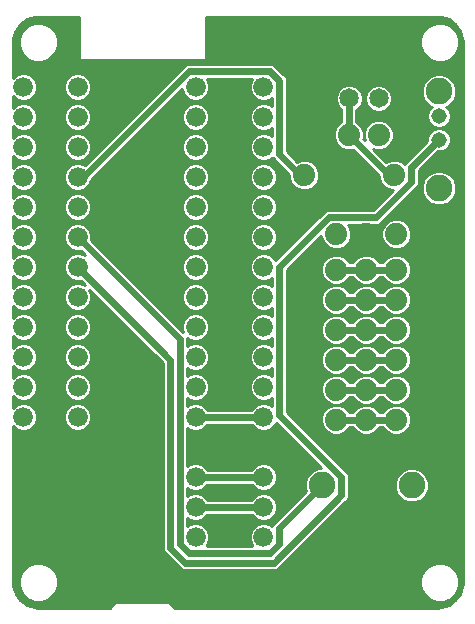
<source format=gbl>
G75*
%MOIN*%
%OFA0B0*%
%FSLAX25Y25*%
%IPPOS*%
%LPD*%
%AMOC8*
5,1,8,0,0,1.08239X$1,22.5*
%
%ADD10C,0.06600*%
%ADD11C,0.07400*%
%ADD12C,0.08858*%
%ADD13C,0.06496*%
%ADD14C,0.05150*%
%ADD15C,0.01000*%
%ADD16C,0.02400*%
D10*
X0063941Y0095232D03*
X0063941Y0105232D03*
X0063941Y0115232D03*
X0063941Y0125232D03*
X0063941Y0135232D03*
X0063941Y0145232D03*
X0063941Y0155232D03*
X0063941Y0165232D03*
X0063941Y0175232D03*
X0063941Y0185232D03*
X0063941Y0195232D03*
X0063941Y0205232D03*
X0063941Y0215232D03*
X0063941Y0225232D03*
X0063941Y0235232D03*
X0063941Y0245232D03*
X0086500Y0245232D03*
X0086500Y0235232D03*
X0086500Y0225232D03*
X0086500Y0215232D03*
X0086500Y0205232D03*
X0086500Y0195232D03*
X0086500Y0185232D03*
X0086500Y0175232D03*
X0086500Y0165232D03*
X0086500Y0155232D03*
X0086500Y0145232D03*
X0086500Y0135232D03*
X0086500Y0125232D03*
X0086500Y0115232D03*
X0086500Y0105232D03*
X0086500Y0095232D03*
X0024571Y0135232D03*
X0024571Y0145232D03*
X0024571Y0155232D03*
X0024571Y0165232D03*
X0024571Y0175232D03*
X0024571Y0185232D03*
X0024571Y0195232D03*
X0024571Y0205232D03*
X0024571Y0215232D03*
X0024571Y0225232D03*
X0024571Y0235232D03*
X0024571Y0245232D03*
X0006500Y0245232D03*
X0006500Y0235232D03*
X0006500Y0225232D03*
X0006500Y0215232D03*
X0006500Y0205232D03*
X0006500Y0195232D03*
X0006500Y0185232D03*
X0006500Y0175232D03*
X0006500Y0165232D03*
X0006500Y0155232D03*
X0006500Y0145232D03*
X0006500Y0135232D03*
D11*
X0100122Y0215902D03*
X0104965Y0229287D03*
X0114965Y0229287D03*
X0124965Y0229287D03*
X0130122Y0215902D03*
X0130870Y0196217D03*
X0130795Y0184406D03*
X0130795Y0174406D03*
X0130795Y0164406D03*
X0130795Y0154406D03*
X0130795Y0144406D03*
X0130795Y0134406D03*
X0120795Y0134406D03*
X0120795Y0144406D03*
X0120795Y0154406D03*
X0120795Y0164406D03*
X0120795Y0174406D03*
X0120795Y0184406D03*
X0120870Y0196217D03*
X0110870Y0196217D03*
X0110795Y0184406D03*
X0110795Y0174406D03*
X0110795Y0164406D03*
X0110795Y0154406D03*
X0110795Y0144406D03*
X0110795Y0134406D03*
D12*
X0106028Y0112516D03*
X0106028Y0092516D03*
X0136028Y0092516D03*
X0136028Y0112516D03*
X0145043Y0211571D03*
X0145043Y0243854D03*
D13*
X0124965Y0241492D03*
X0115122Y0241492D03*
X0105280Y0241492D03*
D14*
X0145043Y0235587D03*
X0145043Y0227713D03*
X0145043Y0219839D03*
D15*
X0010170Y0071837D02*
X0007641Y0072659D01*
X0005490Y0074222D01*
X0003926Y0076373D01*
X0003105Y0078903D01*
X0003000Y0080232D01*
X0003000Y0132227D01*
X0003894Y0131333D01*
X0005585Y0130632D01*
X0007415Y0130632D01*
X0009106Y0131333D01*
X0010400Y0132627D01*
X0011100Y0134317D01*
X0011100Y0136147D01*
X0010400Y0137838D01*
X0009106Y0139132D01*
X0007415Y0139832D01*
X0005585Y0139832D01*
X0003894Y0139132D01*
X0003000Y0138238D01*
X0003000Y0142227D01*
X0003894Y0141333D01*
X0005585Y0140632D01*
X0007415Y0140632D01*
X0009106Y0141333D01*
X0010400Y0142627D01*
X0011100Y0144317D01*
X0011100Y0146147D01*
X0010400Y0147838D01*
X0009106Y0149132D01*
X0007415Y0149832D01*
X0005585Y0149832D01*
X0003894Y0149132D01*
X0003000Y0148238D01*
X0003000Y0152227D01*
X0003894Y0151333D01*
X0005585Y0150632D01*
X0007415Y0150632D01*
X0009106Y0151333D01*
X0010400Y0152627D01*
X0011100Y0154317D01*
X0011100Y0156147D01*
X0010400Y0157838D01*
X0009106Y0159132D01*
X0007415Y0159832D01*
X0005585Y0159832D01*
X0003894Y0159132D01*
X0003000Y0158238D01*
X0003000Y0162227D01*
X0003894Y0161333D01*
X0005585Y0160632D01*
X0007415Y0160632D01*
X0009106Y0161333D01*
X0010400Y0162627D01*
X0011100Y0164317D01*
X0011100Y0166147D01*
X0010400Y0167838D01*
X0009106Y0169132D01*
X0007415Y0169832D01*
X0005585Y0169832D01*
X0003894Y0169132D01*
X0003000Y0168238D01*
X0003000Y0172227D01*
X0003894Y0171333D01*
X0005585Y0170632D01*
X0007415Y0170632D01*
X0009106Y0171333D01*
X0010400Y0172627D01*
X0011100Y0174317D01*
X0011100Y0176147D01*
X0010400Y0177838D01*
X0009106Y0179132D01*
X0007415Y0179832D01*
X0005585Y0179832D01*
X0003894Y0179132D01*
X0003000Y0178238D01*
X0003000Y0182227D01*
X0003894Y0181333D01*
X0005585Y0180632D01*
X0007415Y0180632D01*
X0009106Y0181333D01*
X0010400Y0182627D01*
X0011100Y0184317D01*
X0011100Y0186147D01*
X0010400Y0187838D01*
X0009106Y0189132D01*
X0007415Y0189832D01*
X0005585Y0189832D01*
X0003894Y0189132D01*
X0003000Y0188238D01*
X0003000Y0192227D01*
X0003894Y0191333D01*
X0005585Y0190632D01*
X0007415Y0190632D01*
X0009106Y0191333D01*
X0010400Y0192627D01*
X0011100Y0194317D01*
X0011100Y0196147D01*
X0010400Y0197838D01*
X0009106Y0199132D01*
X0007415Y0199832D01*
X0005585Y0199832D01*
X0003894Y0199132D01*
X0003000Y0198238D01*
X0003000Y0202227D01*
X0003894Y0201333D01*
X0005585Y0200632D01*
X0007415Y0200632D01*
X0009106Y0201333D01*
X0010400Y0202627D01*
X0011100Y0204317D01*
X0011100Y0206147D01*
X0010400Y0207838D01*
X0009106Y0209132D01*
X0007415Y0209832D01*
X0005585Y0209832D01*
X0003894Y0209132D01*
X0003000Y0208238D01*
X0003000Y0212227D01*
X0003894Y0211333D01*
X0005585Y0210632D01*
X0007415Y0210632D01*
X0009106Y0211333D01*
X0010400Y0212627D01*
X0011100Y0214317D01*
X0011100Y0216147D01*
X0010400Y0217838D01*
X0009106Y0219132D01*
X0007415Y0219832D01*
X0005585Y0219832D01*
X0003894Y0219132D01*
X0003000Y0218238D01*
X0003000Y0222227D01*
X0003894Y0221333D01*
X0005585Y0220632D01*
X0007415Y0220632D01*
X0009106Y0221333D01*
X0010400Y0222627D01*
X0011100Y0224317D01*
X0011100Y0226147D01*
X0010400Y0227838D01*
X0009106Y0229132D01*
X0007415Y0229832D01*
X0005585Y0229832D01*
X0003894Y0229132D01*
X0003000Y0228238D01*
X0003000Y0232227D01*
X0003894Y0231333D01*
X0005585Y0230632D01*
X0007415Y0230632D01*
X0009106Y0231333D01*
X0010400Y0232627D01*
X0011100Y0234317D01*
X0011100Y0236147D01*
X0010400Y0237838D01*
X0009106Y0239132D01*
X0007415Y0239832D01*
X0005585Y0239832D01*
X0003894Y0239132D01*
X0003000Y0238238D01*
X0003000Y0242227D01*
X0003894Y0241333D01*
X0005585Y0240632D01*
X0007415Y0240632D01*
X0009106Y0241333D01*
X0010400Y0242627D01*
X0011100Y0244317D01*
X0011100Y0246147D01*
X0010400Y0247838D01*
X0009106Y0249132D01*
X0007415Y0249832D01*
X0005585Y0249832D01*
X0003894Y0249132D01*
X0003000Y0248238D01*
X0003000Y0260232D01*
X0003105Y0261562D01*
X0003926Y0264091D01*
X0005490Y0266243D01*
X0007641Y0267806D01*
X0010170Y0268628D01*
X0011500Y0268732D01*
X0025000Y0268732D01*
X0025000Y0254525D01*
X0025293Y0254232D01*
X0067207Y0254232D01*
X0067500Y0254525D01*
X0067500Y0268732D01*
X0144492Y0268732D01*
X0145822Y0268628D01*
X0148351Y0267806D01*
X0150503Y0266243D01*
X0152066Y0264091D01*
X0152887Y0261562D01*
X0152992Y0260232D01*
X0152992Y0080232D01*
X0152887Y0078903D01*
X0152066Y0076373D01*
X0150503Y0074222D01*
X0148351Y0072659D01*
X0145822Y0071837D01*
X0144492Y0071732D01*
X0057121Y0071732D01*
X0055121Y0073732D01*
X0037379Y0073732D01*
X0036500Y0072854D01*
X0035379Y0071732D01*
X0011500Y0071732D01*
X0010170Y0071837D01*
X0008963Y0072229D02*
X0035876Y0072229D01*
X0036874Y0073228D02*
X0006858Y0073228D01*
X0005486Y0074226D02*
X0009014Y0074226D01*
X0010207Y0073732D02*
X0012793Y0073732D01*
X0015182Y0074722D01*
X0017010Y0076550D01*
X0018000Y0078939D01*
X0018000Y0081525D01*
X0017010Y0083914D01*
X0015182Y0085743D01*
X0012793Y0086732D01*
X0010207Y0086732D01*
X0007818Y0085743D01*
X0005990Y0083914D01*
X0005000Y0081525D01*
X0005000Y0078939D01*
X0005990Y0076550D01*
X0007818Y0074722D01*
X0010207Y0073732D01*
X0007315Y0075225D02*
X0004761Y0075225D01*
X0004035Y0076223D02*
X0006317Y0076223D01*
X0005711Y0077222D02*
X0003651Y0077222D01*
X0003326Y0078220D02*
X0005298Y0078220D01*
X0005000Y0079219D02*
X0003080Y0079219D01*
X0003001Y0080217D02*
X0005000Y0080217D01*
X0005000Y0081216D02*
X0003000Y0081216D01*
X0003000Y0082214D02*
X0005285Y0082214D01*
X0005699Y0083213D02*
X0003000Y0083213D01*
X0003000Y0084211D02*
X0006287Y0084211D01*
X0007285Y0085210D02*
X0003000Y0085210D01*
X0003000Y0086208D02*
X0008942Y0086208D01*
X0014058Y0086208D02*
X0057408Y0086208D01*
X0058301Y0085316D02*
X0054025Y0089592D01*
X0053322Y0090295D01*
X0052941Y0091214D01*
X0052941Y0153327D01*
X0028499Y0177768D01*
X0029171Y0176147D01*
X0029171Y0174317D01*
X0028471Y0172627D01*
X0027177Y0171333D01*
X0025486Y0170632D01*
X0023656Y0170632D01*
X0021965Y0171333D01*
X0020671Y0172627D01*
X0019971Y0174317D01*
X0019971Y0176147D01*
X0020671Y0177838D01*
X0021965Y0179132D01*
X0023656Y0179832D01*
X0025486Y0179832D01*
X0027107Y0179161D01*
X0025592Y0180676D01*
X0025486Y0180632D01*
X0023656Y0180632D01*
X0021965Y0181333D01*
X0020671Y0182627D01*
X0019971Y0184317D01*
X0019971Y0186147D01*
X0020671Y0187838D01*
X0021965Y0189132D01*
X0023656Y0189832D01*
X0025486Y0189832D01*
X0027107Y0189161D01*
X0025592Y0190676D01*
X0025486Y0190632D01*
X0023656Y0190632D01*
X0021965Y0191333D01*
X0020671Y0192627D01*
X0019971Y0194317D01*
X0019971Y0196147D01*
X0020671Y0197838D01*
X0021965Y0199132D01*
X0023656Y0199832D01*
X0025486Y0199832D01*
X0027177Y0199132D01*
X0028471Y0197838D01*
X0029171Y0196147D01*
X0029171Y0194317D01*
X0029127Y0194212D01*
X0059567Y0163772D01*
X0059341Y0164317D01*
X0059341Y0166147D01*
X0060041Y0167838D01*
X0061335Y0169132D01*
X0063026Y0169832D01*
X0064856Y0169832D01*
X0066547Y0169132D01*
X0067841Y0167838D01*
X0068541Y0166147D01*
X0068541Y0164317D01*
X0067841Y0162627D01*
X0066547Y0161333D01*
X0064856Y0160632D01*
X0063026Y0160632D01*
X0061335Y0161333D01*
X0061141Y0161527D01*
X0061141Y0158938D01*
X0061335Y0159132D01*
X0063026Y0159832D01*
X0064856Y0159832D01*
X0066547Y0159132D01*
X0067841Y0157838D01*
X0068541Y0156147D01*
X0068541Y0154317D01*
X0067841Y0152627D01*
X0066547Y0151333D01*
X0064856Y0150632D01*
X0063026Y0150632D01*
X0061335Y0151333D01*
X0061141Y0151527D01*
X0061141Y0148938D01*
X0061335Y0149132D01*
X0063026Y0149832D01*
X0064856Y0149832D01*
X0066547Y0149132D01*
X0067841Y0147838D01*
X0068541Y0146147D01*
X0068541Y0144317D01*
X0067841Y0142627D01*
X0066547Y0141333D01*
X0064856Y0140632D01*
X0063026Y0140632D01*
X0061335Y0141333D01*
X0061141Y0141527D01*
X0061141Y0138938D01*
X0061335Y0139132D01*
X0063026Y0139832D01*
X0064856Y0139832D01*
X0066547Y0139132D01*
X0067841Y0137838D01*
X0067884Y0137732D01*
X0082557Y0137732D01*
X0082600Y0137838D01*
X0083894Y0139132D01*
X0085585Y0139832D01*
X0087415Y0139832D01*
X0089106Y0139132D01*
X0089300Y0138938D01*
X0089300Y0141527D01*
X0089106Y0141333D01*
X0087415Y0140632D01*
X0085585Y0140632D01*
X0083894Y0141333D01*
X0082600Y0142627D01*
X0081900Y0144317D01*
X0081900Y0146147D01*
X0082600Y0147838D01*
X0083894Y0149132D01*
X0085585Y0149832D01*
X0087415Y0149832D01*
X0089106Y0149132D01*
X0089300Y0148938D01*
X0089300Y0151527D01*
X0089106Y0151333D01*
X0087415Y0150632D01*
X0085585Y0150632D01*
X0083894Y0151333D01*
X0082600Y0152627D01*
X0081900Y0154317D01*
X0081900Y0156147D01*
X0082600Y0157838D01*
X0083894Y0159132D01*
X0085585Y0159832D01*
X0087415Y0159832D01*
X0089106Y0159132D01*
X0089300Y0158938D01*
X0089300Y0161527D01*
X0089106Y0161333D01*
X0087415Y0160632D01*
X0085585Y0160632D01*
X0083894Y0161333D01*
X0082600Y0162627D01*
X0081900Y0164317D01*
X0081900Y0166147D01*
X0082600Y0167838D01*
X0083894Y0169132D01*
X0085585Y0169832D01*
X0087415Y0169832D01*
X0089106Y0169132D01*
X0089300Y0168938D01*
X0089300Y0171527D01*
X0089106Y0171333D01*
X0087415Y0170632D01*
X0085585Y0170632D01*
X0083894Y0171333D01*
X0082600Y0172627D01*
X0081900Y0174317D01*
X0081900Y0176147D01*
X0082600Y0177838D01*
X0083894Y0179132D01*
X0085585Y0179832D01*
X0087415Y0179832D01*
X0089106Y0179132D01*
X0089300Y0178938D01*
X0089300Y0181527D01*
X0089106Y0181333D01*
X0087415Y0180632D01*
X0085585Y0180632D01*
X0083894Y0181333D01*
X0082600Y0182627D01*
X0081900Y0184317D01*
X0081900Y0186147D01*
X0082600Y0187838D01*
X0083894Y0189132D01*
X0085585Y0189832D01*
X0087415Y0189832D01*
X0089106Y0189132D01*
X0090400Y0187838D01*
X0090545Y0187488D01*
X0107093Y0204036D01*
X0108012Y0204417D01*
X0123162Y0204417D01*
X0129648Y0210902D01*
X0129127Y0210902D01*
X0127290Y0211663D01*
X0125883Y0213069D01*
X0125122Y0214907D01*
X0125122Y0215594D01*
X0116291Y0224425D01*
X0115959Y0224287D01*
X0113970Y0224287D01*
X0112132Y0225049D01*
X0110726Y0226455D01*
X0109965Y0228293D01*
X0109965Y0230282D01*
X0110726Y0232120D01*
X0112132Y0233526D01*
X0112465Y0233664D01*
X0112465Y0237718D01*
X0111266Y0238916D01*
X0110574Y0240587D01*
X0110574Y0242397D01*
X0111266Y0244068D01*
X0112546Y0245348D01*
X0114217Y0246040D01*
X0116027Y0246040D01*
X0117698Y0245348D01*
X0118978Y0244068D01*
X0119670Y0242397D01*
X0119670Y0240587D01*
X0118978Y0238916D01*
X0117698Y0237636D01*
X0117465Y0237540D01*
X0117465Y0233664D01*
X0117797Y0233526D01*
X0119203Y0232120D01*
X0119965Y0230282D01*
X0119965Y0228293D01*
X0120297Y0227491D01*
X0119827Y0227961D01*
X0119965Y0228293D01*
X0119965Y0230282D01*
X0120726Y0232120D01*
X0122132Y0233526D01*
X0123970Y0234287D01*
X0125959Y0234287D01*
X0127797Y0233526D01*
X0129203Y0232120D01*
X0129965Y0230282D01*
X0129965Y0228293D01*
X0129203Y0226455D01*
X0127797Y0225049D01*
X0125959Y0224287D01*
X0123970Y0224287D01*
X0123168Y0224620D01*
X0127542Y0220245D01*
X0129127Y0220902D01*
X0131117Y0220902D01*
X0132954Y0220140D01*
X0133552Y0219543D01*
X0133703Y0219907D01*
X0134406Y0220611D01*
X0141169Y0227373D01*
X0141169Y0228483D01*
X0141758Y0229907D01*
X0142848Y0230997D01*
X0144273Y0231587D01*
X0145814Y0231587D01*
X0147238Y0230997D01*
X0148328Y0229907D01*
X0148918Y0228483D01*
X0148918Y0226942D01*
X0148328Y0225518D01*
X0147238Y0224428D01*
X0145814Y0223838D01*
X0144704Y0223838D01*
X0138322Y0217456D01*
X0138322Y0213043D01*
X0137941Y0212124D01*
X0126317Y0200500D01*
X0125614Y0199797D01*
X0124695Y0199417D01*
X0114741Y0199417D01*
X0115109Y0199049D01*
X0115870Y0197211D01*
X0115870Y0195222D01*
X0115109Y0193384D01*
X0113702Y0191978D01*
X0111865Y0191217D01*
X0109876Y0191217D01*
X0108038Y0191978D01*
X0106631Y0193384D01*
X0105870Y0195222D01*
X0105870Y0195742D01*
X0094300Y0184172D01*
X0094300Y0136871D01*
X0114576Y0116595D01*
X0114957Y0115676D01*
X0114957Y0108671D01*
X0114576Y0107752D01*
X0113873Y0107049D01*
X0091437Y0084613D01*
X0090518Y0084232D01*
X0059923Y0084232D01*
X0059004Y0084613D01*
X0058301Y0085316D01*
X0058407Y0085210D02*
X0015715Y0085210D01*
X0016713Y0084211D02*
X0140145Y0084211D01*
X0139848Y0083914D02*
X0138858Y0081525D01*
X0138858Y0078939D01*
X0139848Y0076550D01*
X0141676Y0074722D01*
X0144065Y0073732D01*
X0146651Y0073732D01*
X0149040Y0074722D01*
X0150869Y0076550D01*
X0151858Y0078939D01*
X0151858Y0081525D01*
X0150869Y0083914D01*
X0149040Y0085743D01*
X0146651Y0086732D01*
X0144065Y0086732D01*
X0141676Y0085743D01*
X0139848Y0083914D01*
X0139557Y0083213D02*
X0017301Y0083213D01*
X0017715Y0082214D02*
X0139144Y0082214D01*
X0138858Y0081216D02*
X0018000Y0081216D01*
X0018000Y0080217D02*
X0138858Y0080217D01*
X0138858Y0079219D02*
X0018000Y0079219D01*
X0017702Y0078220D02*
X0139156Y0078220D01*
X0139570Y0077222D02*
X0017289Y0077222D01*
X0016683Y0076223D02*
X0140175Y0076223D01*
X0141173Y0075225D02*
X0015685Y0075225D01*
X0013986Y0074226D02*
X0142873Y0074226D01*
X0147029Y0072229D02*
X0056624Y0072229D01*
X0055626Y0073228D02*
X0149134Y0073228D01*
X0147844Y0074226D02*
X0150506Y0074226D01*
X0151231Y0075225D02*
X0149543Y0075225D01*
X0150542Y0076223D02*
X0151957Y0076223D01*
X0152066Y0076373D02*
X0152066Y0076373D01*
X0152341Y0077222D02*
X0151147Y0077222D01*
X0151560Y0078220D02*
X0152666Y0078220D01*
X0152912Y0079219D02*
X0151858Y0079219D01*
X0151858Y0080217D02*
X0152991Y0080217D01*
X0152992Y0081216D02*
X0151858Y0081216D01*
X0151573Y0082214D02*
X0152992Y0082214D01*
X0152992Y0083213D02*
X0151159Y0083213D01*
X0150571Y0084211D02*
X0152992Y0084211D01*
X0152992Y0085210D02*
X0149573Y0085210D01*
X0147916Y0086208D02*
X0152992Y0086208D01*
X0152992Y0087207D02*
X0094031Y0087207D01*
X0093033Y0086208D02*
X0142801Y0086208D01*
X0141144Y0085210D02*
X0092034Y0085210D01*
X0095030Y0088205D02*
X0152992Y0088205D01*
X0152992Y0089204D02*
X0096028Y0089204D01*
X0097027Y0090203D02*
X0152992Y0090203D01*
X0152992Y0091201D02*
X0098025Y0091201D01*
X0099024Y0092200D02*
X0152992Y0092200D01*
X0152992Y0093198D02*
X0100022Y0093198D01*
X0101021Y0094197D02*
X0152992Y0094197D01*
X0152992Y0095195D02*
X0102019Y0095195D01*
X0103018Y0096194D02*
X0152992Y0096194D01*
X0152992Y0097192D02*
X0104016Y0097192D01*
X0105015Y0098191D02*
X0152992Y0098191D01*
X0152992Y0099189D02*
X0106013Y0099189D01*
X0107012Y0100188D02*
X0152992Y0100188D01*
X0152992Y0101186D02*
X0108010Y0101186D01*
X0109009Y0102185D02*
X0152992Y0102185D01*
X0152992Y0103183D02*
X0110007Y0103183D01*
X0111006Y0104182D02*
X0152992Y0104182D01*
X0152992Y0105180D02*
X0112004Y0105180D01*
X0113003Y0106179D02*
X0152992Y0106179D01*
X0152992Y0107177D02*
X0138110Y0107177D01*
X0137167Y0106787D02*
X0139273Y0107659D01*
X0140884Y0109270D01*
X0141757Y0111376D01*
X0141757Y0113655D01*
X0140884Y0115761D01*
X0139273Y0117373D01*
X0137167Y0118245D01*
X0134888Y0118245D01*
X0132782Y0117373D01*
X0131171Y0115761D01*
X0130298Y0113655D01*
X0130298Y0111376D01*
X0131171Y0109270D01*
X0132782Y0107659D01*
X0134888Y0106787D01*
X0137167Y0106787D01*
X0139790Y0108176D02*
X0152992Y0108176D01*
X0152992Y0109174D02*
X0140788Y0109174D01*
X0141258Y0110173D02*
X0152992Y0110173D01*
X0152992Y0111171D02*
X0141672Y0111171D01*
X0141757Y0112170D02*
X0152992Y0112170D01*
X0152992Y0113168D02*
X0141757Y0113168D01*
X0141545Y0114167D02*
X0152992Y0114167D01*
X0152992Y0115165D02*
X0141131Y0115165D01*
X0140482Y0116164D02*
X0152992Y0116164D01*
X0152992Y0117162D02*
X0139483Y0117162D01*
X0137370Y0118161D02*
X0152992Y0118161D01*
X0152992Y0119159D02*
X0112012Y0119159D01*
X0113010Y0118161D02*
X0134685Y0118161D01*
X0132572Y0117162D02*
X0114009Y0117162D01*
X0114755Y0116164D02*
X0131573Y0116164D01*
X0130924Y0115165D02*
X0114957Y0115165D01*
X0114957Y0114167D02*
X0130510Y0114167D01*
X0130298Y0113168D02*
X0114957Y0113168D01*
X0114957Y0112170D02*
X0130298Y0112170D01*
X0130383Y0111171D02*
X0114957Y0111171D01*
X0114957Y0110173D02*
X0130797Y0110173D01*
X0131267Y0109174D02*
X0114957Y0109174D01*
X0114752Y0108176D02*
X0132265Y0108176D01*
X0133945Y0107177D02*
X0114001Y0107177D01*
X0105855Y0118245D02*
X0104888Y0118245D01*
X0102782Y0117373D01*
X0101171Y0115761D01*
X0100298Y0113655D01*
X0100298Y0111376D01*
X0100607Y0110631D01*
X0090384Y0100408D01*
X0089681Y0099704D01*
X0089345Y0098893D01*
X0089106Y0099132D01*
X0087415Y0099832D01*
X0085585Y0099832D01*
X0083894Y0099132D01*
X0082600Y0097838D01*
X0081900Y0096147D01*
X0081900Y0094317D01*
X0082600Y0092627D01*
X0082795Y0092432D01*
X0067646Y0092432D01*
X0067841Y0092627D01*
X0068541Y0094317D01*
X0068541Y0096147D01*
X0067841Y0097838D01*
X0066547Y0099132D01*
X0064856Y0099832D01*
X0063026Y0099832D01*
X0061335Y0099132D01*
X0061141Y0098938D01*
X0061141Y0101527D01*
X0061335Y0101333D01*
X0063026Y0100632D01*
X0064856Y0100632D01*
X0066547Y0101333D01*
X0067841Y0102627D01*
X0067884Y0102732D01*
X0082557Y0102732D01*
X0082600Y0102627D01*
X0083894Y0101333D01*
X0085585Y0100632D01*
X0087415Y0100632D01*
X0089106Y0101333D01*
X0090400Y0102627D01*
X0091100Y0104317D01*
X0091100Y0106147D01*
X0090400Y0107838D01*
X0089106Y0109132D01*
X0087415Y0109832D01*
X0085585Y0109832D01*
X0083894Y0109132D01*
X0082600Y0107838D01*
X0082557Y0107732D01*
X0067884Y0107732D01*
X0067841Y0107838D01*
X0066547Y0109132D01*
X0064856Y0109832D01*
X0063026Y0109832D01*
X0061335Y0109132D01*
X0061141Y0108938D01*
X0061141Y0111527D01*
X0061335Y0111333D01*
X0063026Y0110632D01*
X0064856Y0110632D01*
X0066547Y0111333D01*
X0067841Y0112627D01*
X0067884Y0112732D01*
X0082557Y0112732D01*
X0082600Y0112627D01*
X0083894Y0111333D01*
X0085585Y0110632D01*
X0087415Y0110632D01*
X0089106Y0111333D01*
X0090400Y0112627D01*
X0091100Y0114317D01*
X0091100Y0116147D01*
X0090400Y0117838D01*
X0089106Y0119132D01*
X0087415Y0119832D01*
X0085585Y0119832D01*
X0083894Y0119132D01*
X0082600Y0117838D01*
X0082557Y0117732D01*
X0067884Y0117732D01*
X0067841Y0117838D01*
X0066547Y0119132D01*
X0064856Y0119832D01*
X0063026Y0119832D01*
X0061335Y0119132D01*
X0061141Y0118938D01*
X0061141Y0131527D01*
X0061335Y0131333D01*
X0063026Y0130632D01*
X0064856Y0130632D01*
X0066547Y0131333D01*
X0067841Y0132627D01*
X0067884Y0132732D01*
X0082557Y0132732D01*
X0082600Y0132627D01*
X0083894Y0131333D01*
X0085585Y0130632D01*
X0087415Y0130632D01*
X0089106Y0131333D01*
X0090400Y0132627D01*
X0090714Y0133386D01*
X0105855Y0118245D01*
X0104685Y0118161D02*
X0090077Y0118161D01*
X0090680Y0117162D02*
X0102572Y0117162D01*
X0101573Y0116164D02*
X0091093Y0116164D01*
X0091100Y0115165D02*
X0100924Y0115165D01*
X0100510Y0114167D02*
X0091038Y0114167D01*
X0090624Y0113168D02*
X0100298Y0113168D01*
X0100298Y0112170D02*
X0089943Y0112170D01*
X0088716Y0111171D02*
X0100383Y0111171D01*
X0100149Y0110173D02*
X0061141Y0110173D01*
X0061141Y0111171D02*
X0061725Y0111171D01*
X0061437Y0109174D02*
X0061141Y0109174D01*
X0066445Y0109174D02*
X0083996Y0109174D01*
X0082938Y0108176D02*
X0067503Y0108176D01*
X0066157Y0111171D02*
X0084284Y0111171D01*
X0083057Y0112170D02*
X0067384Y0112170D01*
X0067518Y0118161D02*
X0082923Y0118161D01*
X0083960Y0119159D02*
X0066481Y0119159D01*
X0061401Y0119159D02*
X0061141Y0119159D01*
X0061141Y0120158D02*
X0103942Y0120158D01*
X0102944Y0121156D02*
X0061141Y0121156D01*
X0061141Y0122155D02*
X0101945Y0122155D01*
X0100947Y0123153D02*
X0061141Y0123153D01*
X0061141Y0124152D02*
X0099948Y0124152D01*
X0098950Y0125150D02*
X0061141Y0125150D01*
X0061141Y0126149D02*
X0097951Y0126149D01*
X0096953Y0127147D02*
X0061141Y0127147D01*
X0061141Y0128146D02*
X0095954Y0128146D01*
X0094955Y0129144D02*
X0061141Y0129144D01*
X0061141Y0130143D02*
X0093957Y0130143D01*
X0092958Y0131141D02*
X0088644Y0131141D01*
X0089913Y0132140D02*
X0091960Y0132140D01*
X0090961Y0133138D02*
X0090612Y0133138D01*
X0095037Y0136134D02*
X0106099Y0136134D01*
X0105795Y0135400D02*
X0105795Y0133411D01*
X0106556Y0131573D01*
X0107963Y0130167D01*
X0109801Y0129406D01*
X0111790Y0129406D01*
X0113628Y0130167D01*
X0115034Y0131573D01*
X0115172Y0131906D01*
X0116419Y0131906D01*
X0116556Y0131573D01*
X0117963Y0130167D01*
X0119801Y0129406D01*
X0121790Y0129406D01*
X0123628Y0130167D01*
X0125034Y0131573D01*
X0125172Y0131906D01*
X0126419Y0131906D01*
X0126556Y0131573D01*
X0127963Y0130167D01*
X0129801Y0129406D01*
X0131790Y0129406D01*
X0133628Y0130167D01*
X0135034Y0131573D01*
X0135795Y0133411D01*
X0135795Y0135400D01*
X0135034Y0137238D01*
X0133628Y0138644D01*
X0131790Y0139405D01*
X0131790Y0139406D02*
X0133628Y0140167D01*
X0135034Y0141573D01*
X0135795Y0143411D01*
X0135795Y0145400D01*
X0135034Y0147238D01*
X0133628Y0148644D01*
X0131790Y0149405D01*
X0131790Y0149406D02*
X0133628Y0150167D01*
X0135034Y0151573D01*
X0135795Y0153411D01*
X0135795Y0155400D01*
X0135034Y0157238D01*
X0133628Y0158644D01*
X0131790Y0159405D01*
X0131790Y0159406D02*
X0133628Y0160167D01*
X0135034Y0161573D01*
X0135795Y0163411D01*
X0135795Y0165400D01*
X0135034Y0167238D01*
X0133628Y0168644D01*
X0131790Y0169405D01*
X0131790Y0169406D02*
X0133628Y0170167D01*
X0135034Y0171573D01*
X0135795Y0173411D01*
X0135795Y0175400D01*
X0135034Y0177238D01*
X0133628Y0178644D01*
X0131790Y0179405D01*
X0131790Y0179406D02*
X0133628Y0180167D01*
X0135034Y0181573D01*
X0135795Y0183411D01*
X0135795Y0185400D01*
X0135034Y0187238D01*
X0133628Y0188644D01*
X0131790Y0189405D01*
X0129801Y0189405D01*
X0127963Y0188644D01*
X0126556Y0187238D01*
X0126419Y0186905D01*
X0125172Y0186905D01*
X0125034Y0187238D01*
X0123628Y0188644D01*
X0121790Y0189405D01*
X0119801Y0189405D01*
X0117963Y0188644D01*
X0116556Y0187238D01*
X0116419Y0186905D01*
X0115172Y0186905D01*
X0115034Y0187238D01*
X0113628Y0188644D01*
X0111790Y0189405D01*
X0109801Y0189405D01*
X0107963Y0188644D01*
X0106556Y0187238D01*
X0105795Y0185400D01*
X0105795Y0183411D01*
X0106556Y0181573D01*
X0107963Y0180167D01*
X0109801Y0179406D01*
X0111790Y0179406D01*
X0113628Y0180167D01*
X0115034Y0181573D01*
X0115172Y0181906D01*
X0116419Y0181906D01*
X0116556Y0181573D01*
X0117963Y0180167D01*
X0119801Y0179406D01*
X0121790Y0179406D01*
X0123628Y0180167D01*
X0125034Y0181573D01*
X0125172Y0181906D01*
X0126419Y0181906D01*
X0126556Y0181573D01*
X0127963Y0180167D01*
X0129801Y0179406D01*
X0131790Y0179406D01*
X0131790Y0179405D02*
X0129801Y0179405D01*
X0127963Y0178644D01*
X0126556Y0177238D01*
X0126419Y0176905D01*
X0125172Y0176905D01*
X0125034Y0177238D01*
X0123628Y0178644D01*
X0121790Y0179405D01*
X0119801Y0179405D01*
X0117963Y0178644D01*
X0116556Y0177238D01*
X0116419Y0176905D01*
X0115172Y0176905D01*
X0115034Y0177238D01*
X0113628Y0178644D01*
X0111790Y0179405D01*
X0109801Y0179405D01*
X0107963Y0178644D01*
X0106556Y0177238D01*
X0105795Y0175400D01*
X0105795Y0173411D01*
X0106556Y0171573D01*
X0107963Y0170167D01*
X0109801Y0169406D01*
X0111790Y0169406D01*
X0113628Y0170167D01*
X0115034Y0171573D01*
X0115172Y0171906D01*
X0116419Y0171906D01*
X0116556Y0171573D01*
X0117963Y0170167D01*
X0119801Y0169406D01*
X0121790Y0169406D01*
X0123628Y0170167D01*
X0125034Y0171573D01*
X0125172Y0171906D01*
X0126419Y0171906D01*
X0126556Y0171573D01*
X0127963Y0170167D01*
X0129801Y0169406D01*
X0131790Y0169406D01*
X0131790Y0169405D02*
X0129801Y0169405D01*
X0127963Y0168644D01*
X0126556Y0167238D01*
X0126419Y0166905D01*
X0125172Y0166905D01*
X0125034Y0167238D01*
X0123628Y0168644D01*
X0121790Y0169405D01*
X0119801Y0169405D01*
X0117963Y0168644D01*
X0116556Y0167238D01*
X0116419Y0166905D01*
X0115172Y0166905D01*
X0115034Y0167238D01*
X0113628Y0168644D01*
X0111790Y0169405D01*
X0109801Y0169405D01*
X0107963Y0168644D01*
X0106556Y0167238D01*
X0105795Y0165400D01*
X0105795Y0163411D01*
X0106556Y0161573D01*
X0107963Y0160167D01*
X0109801Y0159406D01*
X0111790Y0159406D01*
X0113628Y0160167D01*
X0115034Y0161573D01*
X0115172Y0161906D01*
X0116419Y0161906D01*
X0116556Y0161573D01*
X0117963Y0160167D01*
X0119801Y0159406D01*
X0121790Y0159406D01*
X0123628Y0160167D01*
X0125034Y0161573D01*
X0125172Y0161906D01*
X0126419Y0161906D01*
X0126556Y0161573D01*
X0127963Y0160167D01*
X0129801Y0159406D01*
X0131790Y0159406D01*
X0131790Y0159405D02*
X0129801Y0159405D01*
X0127963Y0158644D01*
X0126556Y0157238D01*
X0126419Y0156905D01*
X0125172Y0156905D01*
X0125034Y0157238D01*
X0123628Y0158644D01*
X0121790Y0159405D01*
X0119801Y0159405D01*
X0117963Y0158644D01*
X0116556Y0157238D01*
X0116419Y0156905D01*
X0115172Y0156905D01*
X0115034Y0157238D01*
X0113628Y0158644D01*
X0111790Y0159405D01*
X0109801Y0159405D01*
X0107963Y0158644D01*
X0106556Y0157238D01*
X0105795Y0155400D01*
X0105795Y0153411D01*
X0106556Y0151573D01*
X0107963Y0150167D01*
X0109801Y0149406D01*
X0111790Y0149406D01*
X0113628Y0150167D01*
X0115034Y0151573D01*
X0115172Y0151906D01*
X0116419Y0151906D01*
X0116556Y0151573D01*
X0117963Y0150167D01*
X0119801Y0149406D01*
X0121790Y0149406D01*
X0123628Y0150167D01*
X0125034Y0151573D01*
X0125172Y0151906D01*
X0126419Y0151906D01*
X0126556Y0151573D01*
X0127963Y0150167D01*
X0129801Y0149406D01*
X0131790Y0149406D01*
X0131790Y0149405D02*
X0129801Y0149405D01*
X0127963Y0148644D01*
X0126556Y0147238D01*
X0126419Y0146905D01*
X0125172Y0146905D01*
X0125034Y0147238D01*
X0123628Y0148644D01*
X0121790Y0149405D01*
X0119801Y0149405D01*
X0117963Y0148644D01*
X0116556Y0147238D01*
X0116419Y0146905D01*
X0115172Y0146905D01*
X0115034Y0147238D01*
X0113628Y0148644D01*
X0111790Y0149405D01*
X0109801Y0149405D01*
X0107963Y0148644D01*
X0106556Y0147238D01*
X0105795Y0145400D01*
X0105795Y0143411D01*
X0106556Y0141573D01*
X0107963Y0140167D01*
X0109801Y0139406D01*
X0111790Y0139406D01*
X0113628Y0140167D01*
X0115034Y0141573D01*
X0115172Y0141906D01*
X0116419Y0141906D01*
X0116556Y0141573D01*
X0117963Y0140167D01*
X0119801Y0139406D01*
X0121790Y0139406D01*
X0123628Y0140167D01*
X0125034Y0141573D01*
X0125172Y0141906D01*
X0126419Y0141906D01*
X0126556Y0141573D01*
X0127963Y0140167D01*
X0129801Y0139406D01*
X0131790Y0139406D01*
X0131790Y0139405D02*
X0129801Y0139405D01*
X0127963Y0138644D01*
X0126556Y0137238D01*
X0126419Y0136905D01*
X0125172Y0136905D01*
X0125034Y0137238D01*
X0123628Y0138644D01*
X0121790Y0139405D01*
X0119801Y0139405D01*
X0117963Y0138644D01*
X0116556Y0137238D01*
X0116419Y0136905D01*
X0115172Y0136905D01*
X0115034Y0137238D01*
X0113628Y0138644D01*
X0111790Y0139405D01*
X0109801Y0139405D01*
X0107963Y0138644D01*
X0106556Y0137238D01*
X0105795Y0135400D01*
X0105795Y0135136D02*
X0096035Y0135136D01*
X0097034Y0134137D02*
X0105795Y0134137D01*
X0105908Y0133138D02*
X0098033Y0133138D01*
X0099031Y0132140D02*
X0106322Y0132140D01*
X0106988Y0131141D02*
X0100030Y0131141D01*
X0101028Y0130143D02*
X0108020Y0130143D01*
X0105022Y0126149D02*
X0152992Y0126149D01*
X0152992Y0127147D02*
X0104024Y0127147D01*
X0103025Y0128146D02*
X0152992Y0128146D01*
X0152992Y0129144D02*
X0102027Y0129144D01*
X0106021Y0125150D02*
X0152992Y0125150D01*
X0152992Y0124152D02*
X0107019Y0124152D01*
X0108018Y0123153D02*
X0152992Y0123153D01*
X0152992Y0122155D02*
X0109016Y0122155D01*
X0110015Y0121156D02*
X0152992Y0121156D01*
X0152992Y0120158D02*
X0111013Y0120158D01*
X0104941Y0119159D02*
X0089040Y0119159D01*
X0089004Y0109174D02*
X0099151Y0109174D01*
X0098152Y0108176D02*
X0090062Y0108176D01*
X0090673Y0107177D02*
X0097153Y0107177D01*
X0096155Y0106179D02*
X0091087Y0106179D01*
X0091100Y0105180D02*
X0095156Y0105180D01*
X0094158Y0104182D02*
X0091044Y0104182D01*
X0090630Y0103183D02*
X0093159Y0103183D01*
X0092161Y0102185D02*
X0089958Y0102185D01*
X0091162Y0101186D02*
X0088752Y0101186D01*
X0090164Y0100188D02*
X0061141Y0100188D01*
X0061141Y0101186D02*
X0061689Y0101186D01*
X0061473Y0099189D02*
X0061141Y0099189D01*
X0066409Y0099189D02*
X0084032Y0099189D01*
X0082953Y0098191D02*
X0067488Y0098191D01*
X0068108Y0097192D02*
X0082333Y0097192D01*
X0081919Y0096194D02*
X0068522Y0096194D01*
X0068541Y0095195D02*
X0081900Y0095195D01*
X0081950Y0094197D02*
X0068491Y0094197D01*
X0068077Y0093198D02*
X0082364Y0093198D01*
X0084248Y0101186D02*
X0066193Y0101186D01*
X0067399Y0102185D02*
X0083042Y0102185D01*
X0088968Y0099189D02*
X0089467Y0099189D01*
X0084356Y0131141D02*
X0066085Y0131141D01*
X0067354Y0132140D02*
X0083087Y0132140D01*
X0082893Y0138131D02*
X0067548Y0138131D01*
X0066549Y0139130D02*
X0083892Y0139130D01*
X0084392Y0141127D02*
X0066049Y0141127D01*
X0067339Y0142125D02*
X0083102Y0142125D01*
X0082394Y0143124D02*
X0068046Y0143124D01*
X0068460Y0144122D02*
X0081981Y0144122D01*
X0081900Y0145121D02*
X0068541Y0145121D01*
X0068541Y0146119D02*
X0081900Y0146119D01*
X0082302Y0147118D02*
X0068139Y0147118D01*
X0067562Y0148116D02*
X0082879Y0148116D01*
X0083877Y0149115D02*
X0066564Y0149115D01*
X0066013Y0151112D02*
X0084428Y0151112D01*
X0083117Y0152110D02*
X0067324Y0152110D01*
X0068040Y0153109D02*
X0082401Y0153109D01*
X0081987Y0154107D02*
X0068454Y0154107D01*
X0068541Y0155106D02*
X0081900Y0155106D01*
X0081900Y0156104D02*
X0068541Y0156104D01*
X0068145Y0157103D02*
X0082296Y0157103D01*
X0082864Y0158101D02*
X0067577Y0158101D01*
X0066579Y0159100D02*
X0083862Y0159100D01*
X0084464Y0161097D02*
X0065977Y0161097D01*
X0067309Y0162095D02*
X0083132Y0162095D01*
X0082407Y0163094D02*
X0068034Y0163094D01*
X0068448Y0164092D02*
X0081993Y0164092D01*
X0081900Y0165091D02*
X0068541Y0165091D01*
X0068541Y0166089D02*
X0081900Y0166089D01*
X0082290Y0167088D02*
X0068151Y0167088D01*
X0067592Y0168086D02*
X0082849Y0168086D01*
X0083847Y0169085D02*
X0066594Y0169085D01*
X0065941Y0171082D02*
X0084499Y0171082D01*
X0083146Y0172080D02*
X0067294Y0172080D01*
X0067841Y0172627D02*
X0068541Y0174317D01*
X0068541Y0176147D01*
X0067841Y0177838D01*
X0066547Y0179132D01*
X0064856Y0179832D01*
X0063026Y0179832D01*
X0061335Y0179132D01*
X0060041Y0177838D01*
X0059341Y0176147D01*
X0059341Y0174317D01*
X0060041Y0172627D01*
X0061335Y0171333D01*
X0063026Y0170632D01*
X0064856Y0170632D01*
X0066547Y0171333D01*
X0067841Y0172627D01*
X0068028Y0173079D02*
X0082413Y0173079D01*
X0081999Y0174077D02*
X0068442Y0174077D01*
X0068541Y0175076D02*
X0081900Y0175076D01*
X0081900Y0176074D02*
X0068541Y0176074D01*
X0068157Y0177073D02*
X0082283Y0177073D01*
X0082834Y0178072D02*
X0067607Y0178072D01*
X0066609Y0179070D02*
X0083832Y0179070D01*
X0084535Y0181067D02*
X0065906Y0181067D01*
X0066547Y0181333D02*
X0064856Y0180632D01*
X0063026Y0180632D01*
X0061335Y0181333D01*
X0060041Y0182627D01*
X0059341Y0184317D01*
X0059341Y0186147D01*
X0060041Y0187838D01*
X0061335Y0189132D01*
X0063026Y0189832D01*
X0064856Y0189832D01*
X0066547Y0189132D01*
X0067841Y0187838D01*
X0068541Y0186147D01*
X0068541Y0184317D01*
X0067841Y0182627D01*
X0066547Y0181333D01*
X0067280Y0182066D02*
X0083161Y0182066D01*
X0082419Y0183064D02*
X0068022Y0183064D01*
X0068435Y0184063D02*
X0082005Y0184063D01*
X0081900Y0185061D02*
X0068541Y0185061D01*
X0068541Y0186060D02*
X0081900Y0186060D01*
X0082277Y0187058D02*
X0068164Y0187058D01*
X0067622Y0188057D02*
X0082819Y0188057D01*
X0083817Y0189055D02*
X0066623Y0189055D01*
X0065870Y0191052D02*
X0084571Y0191052D01*
X0083894Y0191333D02*
X0085585Y0190632D01*
X0087415Y0190632D01*
X0089106Y0191333D01*
X0090400Y0192627D01*
X0091100Y0194317D01*
X0091100Y0196147D01*
X0090400Y0197838D01*
X0089106Y0199132D01*
X0087415Y0199832D01*
X0085585Y0199832D01*
X0083894Y0199132D01*
X0082600Y0197838D01*
X0081900Y0196147D01*
X0081900Y0194317D01*
X0082600Y0192627D01*
X0083894Y0191333D01*
X0083176Y0192051D02*
X0067265Y0192051D01*
X0067841Y0192627D02*
X0068541Y0194317D01*
X0068541Y0196147D01*
X0067841Y0197838D01*
X0066547Y0199132D01*
X0064856Y0199832D01*
X0063026Y0199832D01*
X0061335Y0199132D01*
X0060041Y0197838D01*
X0059341Y0196147D01*
X0059341Y0194317D01*
X0060041Y0192627D01*
X0061335Y0191333D01*
X0063026Y0190632D01*
X0064856Y0190632D01*
X0066547Y0191333D01*
X0067841Y0192627D01*
X0068016Y0193049D02*
X0082425Y0193049D01*
X0082012Y0194048D02*
X0068429Y0194048D01*
X0068541Y0195046D02*
X0081900Y0195046D01*
X0081900Y0196045D02*
X0068541Y0196045D01*
X0068170Y0197043D02*
X0082271Y0197043D01*
X0082804Y0198042D02*
X0067637Y0198042D01*
X0066638Y0199040D02*
X0083803Y0199040D01*
X0084607Y0201037D02*
X0065834Y0201037D01*
X0066547Y0201333D02*
X0064856Y0200632D01*
X0063026Y0200632D01*
X0061335Y0201333D01*
X0060041Y0202627D01*
X0059341Y0204317D01*
X0059341Y0206147D01*
X0060041Y0207838D01*
X0061335Y0209132D01*
X0063026Y0209832D01*
X0064856Y0209832D01*
X0066547Y0209132D01*
X0067841Y0207838D01*
X0068541Y0206147D01*
X0068541Y0204317D01*
X0067841Y0202627D01*
X0066547Y0201333D01*
X0067250Y0202036D02*
X0083191Y0202036D01*
X0082600Y0202627D02*
X0083894Y0201333D01*
X0085585Y0200632D01*
X0087415Y0200632D01*
X0089106Y0201333D01*
X0090400Y0202627D01*
X0091100Y0204317D01*
X0091100Y0206147D01*
X0090400Y0207838D01*
X0089106Y0209132D01*
X0087415Y0209832D01*
X0085585Y0209832D01*
X0083894Y0209132D01*
X0082600Y0207838D01*
X0081900Y0206147D01*
X0081900Y0204317D01*
X0082600Y0202627D01*
X0082431Y0203034D02*
X0068009Y0203034D01*
X0068423Y0204033D02*
X0082018Y0204033D01*
X0081900Y0205031D02*
X0068541Y0205031D01*
X0068541Y0206030D02*
X0081900Y0206030D01*
X0082265Y0207028D02*
X0068176Y0207028D01*
X0067652Y0208027D02*
X0082789Y0208027D01*
X0083788Y0209025D02*
X0066653Y0209025D01*
X0065798Y0211022D02*
X0084643Y0211022D01*
X0083894Y0211333D02*
X0085585Y0210632D01*
X0087415Y0210632D01*
X0089106Y0211333D01*
X0090400Y0212627D01*
X0091100Y0214317D01*
X0091100Y0216147D01*
X0090400Y0217838D01*
X0089106Y0219132D01*
X0087415Y0219832D01*
X0085585Y0219832D01*
X0083894Y0219132D01*
X0082600Y0217838D01*
X0081900Y0216147D01*
X0081900Y0214317D01*
X0082600Y0212627D01*
X0083894Y0211333D01*
X0083206Y0212021D02*
X0067235Y0212021D01*
X0067841Y0212627D02*
X0068541Y0214317D01*
X0068541Y0216147D01*
X0067841Y0217838D01*
X0066547Y0219132D01*
X0064856Y0219832D01*
X0063026Y0219832D01*
X0061335Y0219132D01*
X0060041Y0217838D01*
X0059341Y0216147D01*
X0059341Y0214317D01*
X0060041Y0212627D01*
X0061335Y0211333D01*
X0063026Y0210632D01*
X0064856Y0210632D01*
X0066547Y0211333D01*
X0067841Y0212627D01*
X0068003Y0213019D02*
X0082438Y0213019D01*
X0082024Y0214018D02*
X0068417Y0214018D01*
X0068541Y0215016D02*
X0081900Y0215016D01*
X0081900Y0216015D02*
X0068541Y0216015D01*
X0068182Y0217013D02*
X0082259Y0217013D01*
X0082774Y0218012D02*
X0067667Y0218012D01*
X0066668Y0219010D02*
X0083773Y0219010D01*
X0084679Y0221007D02*
X0065762Y0221007D01*
X0066547Y0221333D02*
X0064856Y0220632D01*
X0063026Y0220632D01*
X0061335Y0221333D01*
X0060041Y0222627D01*
X0059341Y0224317D01*
X0059341Y0226147D01*
X0060041Y0227838D01*
X0061335Y0229132D01*
X0063026Y0229832D01*
X0064856Y0229832D01*
X0066547Y0229132D01*
X0067841Y0227838D01*
X0068541Y0226147D01*
X0068541Y0224317D01*
X0067841Y0222627D01*
X0066547Y0221333D01*
X0067220Y0222006D02*
X0083221Y0222006D01*
X0082600Y0222627D02*
X0083894Y0221333D01*
X0085585Y0220632D01*
X0087415Y0220632D01*
X0089106Y0221333D01*
X0089552Y0221779D01*
X0089681Y0221469D01*
X0095122Y0216027D01*
X0095122Y0214907D01*
X0095883Y0213069D01*
X0097290Y0211663D01*
X0099127Y0210902D01*
X0101117Y0210902D01*
X0102954Y0211663D01*
X0104361Y0213069D01*
X0105122Y0214907D01*
X0105122Y0216896D01*
X0104361Y0218734D01*
X0102954Y0220140D01*
X0101117Y0220902D01*
X0099127Y0220902D01*
X0097849Y0220372D01*
X0094300Y0223921D01*
X0094300Y0247925D01*
X0093919Y0248844D01*
X0093216Y0249547D01*
X0090815Y0251948D01*
X0090111Y0252652D01*
X0089193Y0253032D01*
X0061248Y0253032D01*
X0060329Y0252652D01*
X0059626Y0251948D01*
X0026917Y0219239D01*
X0025486Y0219832D01*
X0023656Y0219832D01*
X0021965Y0219132D01*
X0020671Y0217838D01*
X0019971Y0216147D01*
X0019971Y0214317D01*
X0020671Y0212627D01*
X0021965Y0211333D01*
X0023656Y0210632D01*
X0025486Y0210632D01*
X0027177Y0211333D01*
X0028471Y0212627D01*
X0029171Y0214317D01*
X0029171Y0214422D01*
X0059341Y0244592D01*
X0059341Y0244317D01*
X0060041Y0242627D01*
X0061335Y0241333D01*
X0063026Y0240632D01*
X0064856Y0240632D01*
X0066547Y0241333D01*
X0067841Y0242627D01*
X0068541Y0244317D01*
X0068541Y0246147D01*
X0067841Y0247838D01*
X0067646Y0248032D01*
X0082795Y0248032D01*
X0082600Y0247838D01*
X0081900Y0246147D01*
X0081900Y0244317D01*
X0082600Y0242627D01*
X0083894Y0241333D01*
X0085585Y0240632D01*
X0087415Y0240632D01*
X0089106Y0241333D01*
X0089300Y0241527D01*
X0089300Y0238938D01*
X0089106Y0239132D01*
X0087415Y0239832D01*
X0085585Y0239832D01*
X0083894Y0239132D01*
X0082600Y0237838D01*
X0081900Y0236147D01*
X0081900Y0234317D01*
X0082600Y0232627D01*
X0083894Y0231333D01*
X0085585Y0230632D01*
X0087415Y0230632D01*
X0089106Y0231333D01*
X0089300Y0231527D01*
X0089300Y0228938D01*
X0089106Y0229132D01*
X0087415Y0229832D01*
X0085585Y0229832D01*
X0083894Y0229132D01*
X0082600Y0227838D01*
X0081900Y0226147D01*
X0081900Y0224317D01*
X0082600Y0222627D01*
X0082444Y0223005D02*
X0067997Y0223005D01*
X0068411Y0224003D02*
X0082030Y0224003D01*
X0081900Y0225002D02*
X0068541Y0225002D01*
X0068541Y0226000D02*
X0081900Y0226000D01*
X0082253Y0226999D02*
X0068188Y0226999D01*
X0067682Y0227997D02*
X0082759Y0227997D01*
X0083758Y0228996D02*
X0066683Y0228996D01*
X0065726Y0230993D02*
X0084715Y0230993D01*
X0083236Y0231991D02*
X0067205Y0231991D01*
X0067841Y0232627D02*
X0068541Y0234317D01*
X0068541Y0236147D01*
X0067841Y0237838D01*
X0066547Y0239132D01*
X0064856Y0239832D01*
X0063026Y0239832D01*
X0061335Y0239132D01*
X0060041Y0237838D01*
X0059341Y0236147D01*
X0059341Y0234317D01*
X0060041Y0232627D01*
X0061335Y0231333D01*
X0063026Y0230632D01*
X0064856Y0230632D01*
X0066547Y0231333D01*
X0067841Y0232627D01*
X0067991Y0232990D02*
X0082450Y0232990D01*
X0082036Y0233988D02*
X0068405Y0233988D01*
X0068541Y0234987D02*
X0081900Y0234987D01*
X0081900Y0235985D02*
X0068541Y0235985D01*
X0068194Y0236984D02*
X0082246Y0236984D01*
X0082745Y0237982D02*
X0067696Y0237982D01*
X0066698Y0238981D02*
X0083743Y0238981D01*
X0084751Y0240978D02*
X0065690Y0240978D01*
X0067190Y0241976D02*
X0083251Y0241976D01*
X0082456Y0242975D02*
X0067985Y0242975D01*
X0068398Y0243973D02*
X0082042Y0243973D01*
X0081900Y0244972D02*
X0068541Y0244972D01*
X0068541Y0245970D02*
X0081900Y0245970D01*
X0082240Y0246969D02*
X0068201Y0246969D01*
X0067711Y0247967D02*
X0082730Y0247967D01*
X0089367Y0252960D02*
X0152992Y0252960D01*
X0152992Y0253958D02*
X0147197Y0253958D01*
X0146651Y0253732D02*
X0149040Y0254722D01*
X0150869Y0256550D01*
X0151858Y0258939D01*
X0151858Y0261525D01*
X0150869Y0263914D01*
X0149040Y0265743D01*
X0146651Y0266732D01*
X0144065Y0266732D01*
X0141676Y0265743D01*
X0139848Y0263914D01*
X0138858Y0261525D01*
X0138858Y0258939D01*
X0139848Y0256550D01*
X0141676Y0254722D01*
X0144065Y0253732D01*
X0146651Y0253732D01*
X0143520Y0253958D02*
X0013339Y0253958D01*
X0012793Y0253732D02*
X0015182Y0254722D01*
X0017010Y0256550D01*
X0018000Y0258939D01*
X0018000Y0261525D01*
X0017010Y0263914D01*
X0015182Y0265743D01*
X0012793Y0266732D01*
X0010207Y0266732D01*
X0007818Y0265743D01*
X0005990Y0263914D01*
X0005000Y0261525D01*
X0005000Y0258939D01*
X0005990Y0256550D01*
X0007818Y0254722D01*
X0010207Y0253732D01*
X0012793Y0253732D01*
X0015417Y0254957D02*
X0025000Y0254957D01*
X0025000Y0255955D02*
X0016415Y0255955D01*
X0017178Y0256954D02*
X0025000Y0256954D01*
X0025000Y0257952D02*
X0017591Y0257952D01*
X0018000Y0258951D02*
X0025000Y0258951D01*
X0025000Y0259949D02*
X0018000Y0259949D01*
X0018000Y0260948D02*
X0025000Y0260948D01*
X0025000Y0261946D02*
X0017826Y0261946D01*
X0017412Y0262945D02*
X0025000Y0262945D01*
X0025000Y0263943D02*
X0016981Y0263943D01*
X0015983Y0264942D02*
X0025000Y0264942D01*
X0025000Y0265941D02*
X0014704Y0265941D01*
X0008296Y0265941D02*
X0005270Y0265941D01*
X0004545Y0264942D02*
X0007017Y0264942D01*
X0006019Y0263943D02*
X0003878Y0263943D01*
X0003554Y0262945D02*
X0005588Y0262945D01*
X0005174Y0261946D02*
X0003230Y0261946D01*
X0003056Y0260948D02*
X0005000Y0260948D01*
X0005000Y0259949D02*
X0003000Y0259949D01*
X0003000Y0258951D02*
X0005000Y0258951D01*
X0005409Y0257952D02*
X0003000Y0257952D01*
X0003000Y0256954D02*
X0005822Y0256954D01*
X0006584Y0255955D02*
X0003000Y0255955D01*
X0003000Y0254957D02*
X0007583Y0254957D01*
X0009661Y0253958D02*
X0003000Y0253958D01*
X0003000Y0252960D02*
X0061073Y0252960D01*
X0059639Y0251961D02*
X0003000Y0251961D01*
X0003000Y0250963D02*
X0058641Y0250963D01*
X0057642Y0249964D02*
X0003000Y0249964D01*
X0003000Y0248966D02*
X0003728Y0248966D01*
X0009272Y0248966D02*
X0021799Y0248966D01*
X0021965Y0249132D02*
X0020671Y0247838D01*
X0019971Y0246147D01*
X0019971Y0244317D01*
X0020671Y0242627D01*
X0021965Y0241333D01*
X0023656Y0240632D01*
X0025486Y0240632D01*
X0027177Y0241333D01*
X0028471Y0242627D01*
X0029171Y0244317D01*
X0029171Y0246147D01*
X0028471Y0247838D01*
X0027177Y0249132D01*
X0025486Y0249832D01*
X0023656Y0249832D01*
X0021965Y0249132D01*
X0020801Y0247967D02*
X0010270Y0247967D01*
X0010760Y0246969D02*
X0020311Y0246969D01*
X0019971Y0245970D02*
X0011100Y0245970D01*
X0011100Y0244972D02*
X0019971Y0244972D01*
X0020113Y0243973D02*
X0010957Y0243973D01*
X0010544Y0242975D02*
X0020527Y0242975D01*
X0021322Y0241976D02*
X0009749Y0241976D01*
X0008249Y0240978D02*
X0022822Y0240978D01*
X0023656Y0239832D02*
X0021965Y0239132D01*
X0020671Y0237838D01*
X0019971Y0236147D01*
X0019971Y0234317D01*
X0020671Y0232627D01*
X0021965Y0231333D01*
X0023656Y0230632D01*
X0025486Y0230632D01*
X0027177Y0231333D01*
X0028471Y0232627D01*
X0029171Y0234317D01*
X0029171Y0236147D01*
X0028471Y0237838D01*
X0027177Y0239132D01*
X0025486Y0239832D01*
X0023656Y0239832D01*
X0021814Y0238981D02*
X0009257Y0238981D01*
X0010255Y0237982D02*
X0020815Y0237982D01*
X0020317Y0236984D02*
X0010754Y0236984D01*
X0011100Y0235985D02*
X0019971Y0235985D01*
X0019971Y0234987D02*
X0011100Y0234987D01*
X0010964Y0233988D02*
X0020107Y0233988D01*
X0020521Y0232990D02*
X0010550Y0232990D01*
X0009764Y0231991D02*
X0021307Y0231991D01*
X0022786Y0230993D02*
X0008285Y0230993D01*
X0009242Y0228996D02*
X0021829Y0228996D01*
X0021965Y0229132D02*
X0020671Y0227838D01*
X0019971Y0226147D01*
X0019971Y0224317D01*
X0020671Y0222627D01*
X0021965Y0221333D01*
X0023656Y0220632D01*
X0025486Y0220632D01*
X0027177Y0221333D01*
X0028471Y0222627D01*
X0029171Y0224317D01*
X0029171Y0226147D01*
X0028471Y0227838D01*
X0027177Y0229132D01*
X0025486Y0229832D01*
X0023656Y0229832D01*
X0021965Y0229132D01*
X0020830Y0227997D02*
X0010241Y0227997D01*
X0010747Y0226999D02*
X0020323Y0226999D01*
X0019971Y0226000D02*
X0011100Y0226000D01*
X0011100Y0225002D02*
X0019971Y0225002D01*
X0020101Y0224003D02*
X0010970Y0224003D01*
X0010556Y0223005D02*
X0020515Y0223005D01*
X0021292Y0222006D02*
X0009779Y0222006D01*
X0008321Y0221007D02*
X0022750Y0221007D01*
X0021844Y0219010D02*
X0009227Y0219010D01*
X0010226Y0218012D02*
X0020845Y0218012D01*
X0020330Y0217013D02*
X0010741Y0217013D01*
X0011100Y0216015D02*
X0019971Y0216015D01*
X0019971Y0215016D02*
X0011100Y0215016D01*
X0010976Y0214018D02*
X0020095Y0214018D01*
X0020508Y0213019D02*
X0010562Y0213019D01*
X0009794Y0212021D02*
X0021277Y0212021D01*
X0022714Y0211022D02*
X0008357Y0211022D01*
X0009212Y0209025D02*
X0021859Y0209025D01*
X0021965Y0209132D02*
X0020671Y0207838D01*
X0019971Y0206147D01*
X0019971Y0204317D01*
X0020671Y0202627D01*
X0021965Y0201333D01*
X0023656Y0200632D01*
X0025486Y0200632D01*
X0027177Y0201333D01*
X0028471Y0202627D01*
X0029171Y0204317D01*
X0029171Y0206147D01*
X0028471Y0207838D01*
X0027177Y0209132D01*
X0025486Y0209832D01*
X0023656Y0209832D01*
X0021965Y0209132D01*
X0020860Y0208027D02*
X0010211Y0208027D01*
X0010735Y0207028D02*
X0020336Y0207028D01*
X0019971Y0206030D02*
X0011100Y0206030D01*
X0011100Y0205031D02*
X0019971Y0205031D01*
X0020089Y0204033D02*
X0010982Y0204033D01*
X0010569Y0203034D02*
X0020502Y0203034D01*
X0021262Y0202036D02*
X0009809Y0202036D01*
X0008393Y0201037D02*
X0022678Y0201037D01*
X0021873Y0199040D02*
X0009197Y0199040D01*
X0010196Y0198042D02*
X0020875Y0198042D01*
X0020342Y0197043D02*
X0010729Y0197043D01*
X0011100Y0196045D02*
X0019971Y0196045D01*
X0019971Y0195046D02*
X0011100Y0195046D01*
X0010988Y0194048D02*
X0020083Y0194048D01*
X0020496Y0193049D02*
X0010575Y0193049D01*
X0009824Y0192051D02*
X0021247Y0192051D01*
X0022642Y0191052D02*
X0008429Y0191052D01*
X0009183Y0189055D02*
X0021888Y0189055D01*
X0020890Y0188057D02*
X0010181Y0188057D01*
X0010723Y0187058D02*
X0020348Y0187058D01*
X0019971Y0186060D02*
X0011100Y0186060D01*
X0011100Y0185061D02*
X0019971Y0185061D01*
X0020076Y0184063D02*
X0010994Y0184063D01*
X0010581Y0183064D02*
X0020490Y0183064D01*
X0021232Y0182066D02*
X0009839Y0182066D01*
X0008465Y0181067D02*
X0022606Y0181067D01*
X0021903Y0179070D02*
X0009168Y0179070D01*
X0010166Y0178072D02*
X0020905Y0178072D01*
X0020354Y0177073D02*
X0010717Y0177073D01*
X0011100Y0176074D02*
X0019971Y0176074D01*
X0019971Y0175076D02*
X0011100Y0175076D01*
X0011001Y0174077D02*
X0020070Y0174077D01*
X0020484Y0173079D02*
X0010587Y0173079D01*
X0009854Y0172080D02*
X0021217Y0172080D01*
X0022570Y0171082D02*
X0008501Y0171082D01*
X0009153Y0169085D02*
X0021918Y0169085D01*
X0021965Y0169132D02*
X0020671Y0167838D01*
X0019971Y0166147D01*
X0019971Y0164317D01*
X0020671Y0162627D01*
X0021965Y0161333D01*
X0023656Y0160632D01*
X0025486Y0160632D01*
X0027177Y0161333D01*
X0028471Y0162627D01*
X0029171Y0164317D01*
X0029171Y0166147D01*
X0028471Y0167838D01*
X0027177Y0169132D01*
X0025486Y0169832D01*
X0023656Y0169832D01*
X0021965Y0169132D01*
X0020920Y0168086D02*
X0010151Y0168086D01*
X0010710Y0167088D02*
X0020360Y0167088D01*
X0019971Y0166089D02*
X0011100Y0166089D01*
X0011100Y0165091D02*
X0019971Y0165091D01*
X0020064Y0164092D02*
X0011007Y0164092D01*
X0010593Y0163094D02*
X0020478Y0163094D01*
X0021202Y0162095D02*
X0009868Y0162095D01*
X0008536Y0161097D02*
X0022534Y0161097D01*
X0023656Y0159832D02*
X0021965Y0159132D01*
X0020671Y0157838D01*
X0019971Y0156147D01*
X0019971Y0154317D01*
X0020671Y0152627D01*
X0021965Y0151333D01*
X0023656Y0150632D01*
X0025486Y0150632D01*
X0027177Y0151333D01*
X0028471Y0152627D01*
X0029171Y0154317D01*
X0029171Y0156147D01*
X0028471Y0157838D01*
X0027177Y0159132D01*
X0025486Y0159832D01*
X0023656Y0159832D01*
X0021933Y0159100D02*
X0009138Y0159100D01*
X0010136Y0158101D02*
X0020934Y0158101D01*
X0020367Y0157103D02*
X0010704Y0157103D01*
X0011100Y0156104D02*
X0019971Y0156104D01*
X0019971Y0155106D02*
X0011100Y0155106D01*
X0011013Y0154107D02*
X0020058Y0154107D01*
X0020471Y0153109D02*
X0010599Y0153109D01*
X0009883Y0152110D02*
X0021188Y0152110D01*
X0022498Y0151112D02*
X0008572Y0151112D01*
X0009123Y0149115D02*
X0021948Y0149115D01*
X0021965Y0149132D02*
X0020671Y0147838D01*
X0019971Y0146147D01*
X0019971Y0144317D01*
X0020671Y0142627D01*
X0021965Y0141333D01*
X0023656Y0140632D01*
X0025486Y0140632D01*
X0027177Y0141333D01*
X0028471Y0142627D01*
X0029171Y0144317D01*
X0029171Y0146147D01*
X0028471Y0147838D01*
X0027177Y0149132D01*
X0025486Y0149832D01*
X0023656Y0149832D01*
X0021965Y0149132D01*
X0020949Y0148116D02*
X0010121Y0148116D01*
X0010698Y0147118D02*
X0020373Y0147118D01*
X0019971Y0146119D02*
X0011100Y0146119D01*
X0011100Y0145121D02*
X0019971Y0145121D01*
X0020052Y0144122D02*
X0011019Y0144122D01*
X0010606Y0143124D02*
X0020465Y0143124D01*
X0021173Y0142125D02*
X0009898Y0142125D01*
X0008608Y0141127D02*
X0022462Y0141127D01*
X0023656Y0139832D02*
X0021965Y0139132D01*
X0020671Y0137838D01*
X0019971Y0136147D01*
X0019971Y0134317D01*
X0020671Y0132627D01*
X0021965Y0131333D01*
X0023656Y0130632D01*
X0025486Y0130632D01*
X0027177Y0131333D01*
X0028471Y0132627D01*
X0029171Y0134317D01*
X0029171Y0136147D01*
X0028471Y0137838D01*
X0027177Y0139132D01*
X0025486Y0139832D01*
X0023656Y0139832D01*
X0021963Y0139130D02*
X0009108Y0139130D01*
X0010107Y0138131D02*
X0020964Y0138131D01*
X0020379Y0137133D02*
X0010692Y0137133D01*
X0011100Y0136134D02*
X0019971Y0136134D01*
X0019971Y0135136D02*
X0011100Y0135136D01*
X0011025Y0134137D02*
X0020046Y0134137D01*
X0020459Y0133138D02*
X0010612Y0133138D01*
X0009913Y0132140D02*
X0021158Y0132140D01*
X0022427Y0131141D02*
X0008644Y0131141D01*
X0004356Y0131141D02*
X0003000Y0131141D01*
X0003000Y0130143D02*
X0052941Y0130143D01*
X0052941Y0131141D02*
X0026715Y0131141D01*
X0027984Y0132140D02*
X0052941Y0132140D01*
X0052941Y0133138D02*
X0028683Y0133138D01*
X0029096Y0134137D02*
X0052941Y0134137D01*
X0052941Y0135136D02*
X0029171Y0135136D01*
X0029171Y0136134D02*
X0052941Y0136134D01*
X0052941Y0137133D02*
X0028763Y0137133D01*
X0028177Y0138131D02*
X0052941Y0138131D01*
X0052941Y0139130D02*
X0027179Y0139130D01*
X0026679Y0141127D02*
X0052941Y0141127D01*
X0052941Y0142125D02*
X0027969Y0142125D01*
X0028676Y0143124D02*
X0052941Y0143124D01*
X0052941Y0144122D02*
X0029090Y0144122D01*
X0029171Y0145121D02*
X0052941Y0145121D01*
X0052941Y0146119D02*
X0029171Y0146119D01*
X0028769Y0147118D02*
X0052941Y0147118D01*
X0052941Y0148116D02*
X0028192Y0148116D01*
X0027194Y0149115D02*
X0052941Y0149115D01*
X0052941Y0150113D02*
X0003000Y0150113D01*
X0003000Y0149115D02*
X0003877Y0149115D01*
X0004428Y0151112D02*
X0003000Y0151112D01*
X0003000Y0152110D02*
X0003117Y0152110D01*
X0003000Y0159100D02*
X0003862Y0159100D01*
X0003000Y0160098D02*
X0046169Y0160098D01*
X0045171Y0161097D02*
X0026607Y0161097D01*
X0027939Y0162095D02*
X0044172Y0162095D01*
X0043174Y0163094D02*
X0028664Y0163094D01*
X0029078Y0164092D02*
X0042175Y0164092D01*
X0041177Y0165091D02*
X0029171Y0165091D01*
X0029171Y0166089D02*
X0040178Y0166089D01*
X0039180Y0167088D02*
X0028781Y0167088D01*
X0028222Y0168086D02*
X0038181Y0168086D01*
X0037183Y0169085D02*
X0027224Y0169085D01*
X0026571Y0171082D02*
X0035186Y0171082D01*
X0036184Y0170083D02*
X0003000Y0170083D01*
X0003000Y0169085D02*
X0003847Y0169085D01*
X0004499Y0171082D02*
X0003000Y0171082D01*
X0003000Y0172080D02*
X0003146Y0172080D01*
X0003000Y0179070D02*
X0003832Y0179070D01*
X0003000Y0180069D02*
X0026199Y0180069D01*
X0028787Y0177073D02*
X0029195Y0177073D01*
X0029171Y0176074D02*
X0030193Y0176074D01*
X0031192Y0175076D02*
X0029171Y0175076D01*
X0029072Y0174077D02*
X0032190Y0174077D01*
X0033189Y0173079D02*
X0028658Y0173079D01*
X0027924Y0172080D02*
X0034187Y0172080D01*
X0042272Y0181067D02*
X0061976Y0181067D01*
X0060602Y0182066D02*
X0041273Y0182066D01*
X0040275Y0183064D02*
X0059860Y0183064D01*
X0059446Y0184063D02*
X0039276Y0184063D01*
X0038278Y0185061D02*
X0059341Y0185061D01*
X0059341Y0186060D02*
X0037279Y0186060D01*
X0036281Y0187058D02*
X0059718Y0187058D01*
X0060260Y0188057D02*
X0035282Y0188057D01*
X0034284Y0189055D02*
X0061258Y0189055D01*
X0062012Y0191052D02*
X0032287Y0191052D01*
X0033285Y0190054D02*
X0093111Y0190054D01*
X0094109Y0191052D02*
X0088429Y0191052D01*
X0089824Y0192051D02*
X0095108Y0192051D01*
X0096106Y0193049D02*
X0090575Y0193049D01*
X0090988Y0194048D02*
X0097105Y0194048D01*
X0098103Y0195046D02*
X0091100Y0195046D01*
X0091100Y0196045D02*
X0099102Y0196045D01*
X0100100Y0197043D02*
X0090729Y0197043D01*
X0090196Y0198042D02*
X0101099Y0198042D01*
X0102097Y0199040D02*
X0089197Y0199040D01*
X0088393Y0201037D02*
X0104094Y0201037D01*
X0103096Y0200039D02*
X0003000Y0200039D01*
X0003000Y0201037D02*
X0004607Y0201037D01*
X0003191Y0202036D02*
X0003000Y0202036D01*
X0003000Y0199040D02*
X0003803Y0199040D01*
X0003176Y0192051D02*
X0003000Y0192051D01*
X0003000Y0191052D02*
X0004571Y0191052D01*
X0003000Y0190054D02*
X0026214Y0190054D01*
X0029291Y0194048D02*
X0059453Y0194048D01*
X0059341Y0195046D02*
X0029171Y0195046D01*
X0029171Y0196045D02*
X0059341Y0196045D01*
X0059712Y0197043D02*
X0028800Y0197043D01*
X0028267Y0198042D02*
X0060245Y0198042D01*
X0061244Y0199040D02*
X0027268Y0199040D01*
X0026464Y0201037D02*
X0062048Y0201037D01*
X0060632Y0202036D02*
X0027880Y0202036D01*
X0028639Y0203034D02*
X0059872Y0203034D01*
X0059459Y0204033D02*
X0029053Y0204033D01*
X0029171Y0205031D02*
X0059341Y0205031D01*
X0059341Y0206030D02*
X0029171Y0206030D01*
X0028806Y0207028D02*
X0059706Y0207028D01*
X0060230Y0208027D02*
X0028282Y0208027D01*
X0027283Y0209025D02*
X0061229Y0209025D01*
X0062084Y0211022D02*
X0026428Y0211022D01*
X0027865Y0212021D02*
X0060647Y0212021D01*
X0059879Y0213019D02*
X0028633Y0213019D01*
X0029047Y0214018D02*
X0059465Y0214018D01*
X0059341Y0215016D02*
X0029765Y0215016D01*
X0030764Y0216015D02*
X0059341Y0216015D01*
X0059700Y0217013D02*
X0031762Y0217013D01*
X0032761Y0218012D02*
X0060215Y0218012D01*
X0061214Y0219010D02*
X0033759Y0219010D01*
X0034758Y0220009D02*
X0091141Y0220009D01*
X0092139Y0219010D02*
X0089227Y0219010D01*
X0090226Y0218012D02*
X0093138Y0218012D01*
X0094136Y0217013D02*
X0090741Y0217013D01*
X0091100Y0216015D02*
X0095122Y0216015D01*
X0095122Y0215016D02*
X0091100Y0215016D01*
X0090976Y0214018D02*
X0095490Y0214018D01*
X0095933Y0213019D02*
X0090562Y0213019D01*
X0089794Y0212021D02*
X0096932Y0212021D01*
X0098836Y0211022D02*
X0088357Y0211022D01*
X0089212Y0209025D02*
X0127771Y0209025D01*
X0126773Y0208027D02*
X0090211Y0208027D01*
X0090735Y0207028D02*
X0125774Y0207028D01*
X0124776Y0206030D02*
X0091100Y0206030D01*
X0091100Y0205031D02*
X0123777Y0205031D01*
X0127853Y0202036D02*
X0152992Y0202036D01*
X0152992Y0203034D02*
X0128851Y0203034D01*
X0129850Y0204033D02*
X0152992Y0204033D01*
X0152992Y0205031D02*
X0130848Y0205031D01*
X0131847Y0206030D02*
X0143450Y0206030D01*
X0143904Y0205842D02*
X0146183Y0205842D01*
X0148289Y0206714D01*
X0149900Y0208326D01*
X0150772Y0210431D01*
X0150772Y0212710D01*
X0149900Y0214816D01*
X0148289Y0216428D01*
X0146183Y0217300D01*
X0143904Y0217300D01*
X0141798Y0216428D01*
X0140186Y0214816D01*
X0139314Y0212710D01*
X0139314Y0210431D01*
X0140186Y0208326D01*
X0141798Y0206714D01*
X0143904Y0205842D01*
X0141484Y0207028D02*
X0132845Y0207028D01*
X0133844Y0208027D02*
X0140485Y0208027D01*
X0139897Y0209025D02*
X0134842Y0209025D01*
X0135841Y0210024D02*
X0139483Y0210024D01*
X0139314Y0211022D02*
X0136839Y0211022D01*
X0137838Y0212021D02*
X0139314Y0212021D01*
X0139442Y0213019D02*
X0138312Y0213019D01*
X0138322Y0214018D02*
X0139856Y0214018D01*
X0140387Y0215016D02*
X0138322Y0215016D01*
X0138322Y0216015D02*
X0141385Y0216015D01*
X0143212Y0217013D02*
X0138322Y0217013D01*
X0138878Y0218012D02*
X0152992Y0218012D01*
X0152992Y0219010D02*
X0139877Y0219010D01*
X0140875Y0220009D02*
X0152992Y0220009D01*
X0152992Y0221007D02*
X0141874Y0221007D01*
X0142872Y0222006D02*
X0152992Y0222006D01*
X0152992Y0223005D02*
X0143871Y0223005D01*
X0146213Y0224003D02*
X0152992Y0224003D01*
X0152992Y0225002D02*
X0147812Y0225002D01*
X0148528Y0226000D02*
X0152992Y0226000D01*
X0152992Y0226999D02*
X0148918Y0226999D01*
X0148918Y0227997D02*
X0152992Y0227997D01*
X0152992Y0228996D02*
X0148706Y0228996D01*
X0148242Y0229994D02*
X0152992Y0229994D01*
X0152992Y0230993D02*
X0147243Y0230993D01*
X0146488Y0231991D02*
X0152992Y0231991D01*
X0152992Y0232990D02*
X0147926Y0232990D01*
X0148328Y0233392D02*
X0148918Y0234816D01*
X0148918Y0236357D01*
X0148328Y0237782D01*
X0147457Y0238653D01*
X0148289Y0238997D01*
X0149900Y0240609D01*
X0150772Y0242715D01*
X0150772Y0244994D01*
X0149900Y0247100D01*
X0148289Y0248711D01*
X0146183Y0249583D01*
X0143904Y0249583D01*
X0141798Y0248711D01*
X0140186Y0247100D01*
X0139314Y0244994D01*
X0139314Y0242715D01*
X0140186Y0240609D01*
X0141798Y0238997D01*
X0142630Y0238653D01*
X0141758Y0237782D01*
X0141169Y0236357D01*
X0141169Y0234816D01*
X0141758Y0233392D01*
X0142848Y0232302D01*
X0144273Y0231712D01*
X0145814Y0231712D01*
X0147238Y0232302D01*
X0148328Y0233392D01*
X0148575Y0233988D02*
X0152992Y0233988D01*
X0152992Y0234987D02*
X0148918Y0234987D01*
X0148918Y0235985D02*
X0152992Y0235985D01*
X0152992Y0236984D02*
X0148659Y0236984D01*
X0148128Y0237982D02*
X0152992Y0237982D01*
X0152992Y0238981D02*
X0148248Y0238981D01*
X0149270Y0239979D02*
X0152992Y0239979D01*
X0152992Y0240978D02*
X0150053Y0240978D01*
X0150467Y0241976D02*
X0152992Y0241976D01*
X0152992Y0242975D02*
X0150772Y0242975D01*
X0150772Y0243973D02*
X0152992Y0243973D01*
X0152992Y0244972D02*
X0150772Y0244972D01*
X0150368Y0245970D02*
X0152992Y0245970D01*
X0152992Y0246969D02*
X0149954Y0246969D01*
X0149033Y0247967D02*
X0152992Y0247967D01*
X0152992Y0248966D02*
X0147674Y0248966D01*
X0152992Y0249964D02*
X0092799Y0249964D01*
X0093216Y0249547D02*
X0093216Y0249547D01*
X0093797Y0248966D02*
X0142413Y0248966D01*
X0141054Y0247967D02*
X0094282Y0247967D01*
X0094300Y0246969D02*
X0140132Y0246969D01*
X0139719Y0245970D02*
X0126038Y0245970D01*
X0125869Y0246040D02*
X0124060Y0246040D01*
X0122388Y0245348D01*
X0121109Y0244068D01*
X0120417Y0242397D01*
X0120417Y0240587D01*
X0121109Y0238916D01*
X0122388Y0237636D01*
X0124060Y0236944D01*
X0125869Y0236944D01*
X0127541Y0237636D01*
X0128820Y0238916D01*
X0129513Y0240587D01*
X0129513Y0242397D01*
X0128820Y0244068D01*
X0127541Y0245348D01*
X0125869Y0246040D01*
X0123891Y0245970D02*
X0116195Y0245970D01*
X0118074Y0244972D02*
X0122012Y0244972D01*
X0121070Y0243973D02*
X0119017Y0243973D01*
X0119431Y0242975D02*
X0120656Y0242975D01*
X0120417Y0241976D02*
X0119670Y0241976D01*
X0119670Y0240978D02*
X0120417Y0240978D01*
X0120668Y0239979D02*
X0119418Y0239979D01*
X0119005Y0238981D02*
X0121082Y0238981D01*
X0122043Y0237982D02*
X0118044Y0237982D01*
X0117465Y0236984D02*
X0123964Y0236984D01*
X0125965Y0236984D02*
X0141428Y0236984D01*
X0141169Y0235985D02*
X0117465Y0235985D01*
X0117465Y0234987D02*
X0141169Y0234987D01*
X0141511Y0233988D02*
X0126682Y0233988D01*
X0128333Y0232990D02*
X0142160Y0232990D01*
X0143598Y0231991D02*
X0129257Y0231991D01*
X0129670Y0230993D02*
X0142844Y0230993D01*
X0141845Y0229994D02*
X0129965Y0229994D01*
X0129965Y0228996D02*
X0141381Y0228996D01*
X0141169Y0227997D02*
X0129842Y0227997D01*
X0129428Y0226999D02*
X0140794Y0226999D01*
X0139795Y0226000D02*
X0128748Y0226000D01*
X0127683Y0225002D02*
X0138797Y0225002D01*
X0137798Y0224003D02*
X0123784Y0224003D01*
X0124783Y0223005D02*
X0136800Y0223005D01*
X0135801Y0222006D02*
X0125781Y0222006D01*
X0126780Y0221007D02*
X0134803Y0221007D01*
X0133804Y0220009D02*
X0133086Y0220009D01*
X0128836Y0211022D02*
X0101408Y0211022D01*
X0103312Y0212021D02*
X0126932Y0212021D01*
X0125933Y0213019D02*
X0104311Y0213019D01*
X0104754Y0214018D02*
X0125490Y0214018D01*
X0125122Y0215016D02*
X0105122Y0215016D01*
X0105122Y0216015D02*
X0124701Y0216015D01*
X0123703Y0217013D02*
X0105073Y0217013D01*
X0104660Y0218012D02*
X0122704Y0218012D01*
X0121706Y0219010D02*
X0104084Y0219010D01*
X0103086Y0220009D02*
X0120707Y0220009D01*
X0119709Y0221007D02*
X0097213Y0221007D01*
X0096215Y0222006D02*
X0118710Y0222006D01*
X0117712Y0223005D02*
X0095216Y0223005D01*
X0094300Y0224003D02*
X0116713Y0224003D01*
X0112246Y0225002D02*
X0094300Y0225002D01*
X0094300Y0226000D02*
X0111181Y0226000D01*
X0110501Y0226999D02*
X0094300Y0226999D01*
X0094300Y0227997D02*
X0110087Y0227997D01*
X0109965Y0228996D02*
X0094300Y0228996D01*
X0094300Y0229994D02*
X0109965Y0229994D01*
X0110259Y0230993D02*
X0094300Y0230993D01*
X0094300Y0231991D02*
X0110673Y0231991D01*
X0111596Y0232990D02*
X0094300Y0232990D01*
X0094300Y0233988D02*
X0112465Y0233988D01*
X0112465Y0234987D02*
X0094300Y0234987D01*
X0094300Y0235985D02*
X0112465Y0235985D01*
X0112465Y0236984D02*
X0094300Y0236984D01*
X0094300Y0237982D02*
X0112200Y0237982D01*
X0111240Y0238981D02*
X0094300Y0238981D01*
X0094300Y0239979D02*
X0110826Y0239979D01*
X0110574Y0240978D02*
X0094300Y0240978D01*
X0094300Y0241976D02*
X0110574Y0241976D01*
X0110813Y0242975D02*
X0094300Y0242975D01*
X0094300Y0243973D02*
X0111227Y0243973D01*
X0112170Y0244972D02*
X0094300Y0244972D01*
X0094300Y0245970D02*
X0114049Y0245970D01*
X0117465Y0233988D02*
X0123248Y0233988D01*
X0121596Y0232990D02*
X0118333Y0232990D01*
X0119257Y0231991D02*
X0120673Y0231991D01*
X0120259Y0230993D02*
X0119670Y0230993D01*
X0119965Y0229994D02*
X0119965Y0229994D01*
X0119965Y0228996D02*
X0119965Y0228996D01*
X0119842Y0227997D02*
X0120087Y0227997D01*
X0127887Y0237982D02*
X0141959Y0237982D01*
X0141838Y0238981D02*
X0128847Y0238981D01*
X0129261Y0239979D02*
X0140816Y0239979D01*
X0140034Y0240978D02*
X0129513Y0240978D01*
X0129513Y0241976D02*
X0139620Y0241976D01*
X0139314Y0242975D02*
X0129273Y0242975D01*
X0128860Y0243973D02*
X0139314Y0243973D01*
X0139314Y0244972D02*
X0127917Y0244972D01*
X0140443Y0255955D02*
X0067500Y0255955D01*
X0067500Y0254957D02*
X0141441Y0254957D01*
X0139681Y0256954D02*
X0067500Y0256954D01*
X0067500Y0257952D02*
X0139267Y0257952D01*
X0138858Y0258951D02*
X0067500Y0258951D01*
X0067500Y0259949D02*
X0138858Y0259949D01*
X0138858Y0260948D02*
X0067500Y0260948D01*
X0067500Y0261946D02*
X0139033Y0261946D01*
X0139446Y0262945D02*
X0067500Y0262945D01*
X0067500Y0263943D02*
X0139877Y0263943D01*
X0140876Y0264942D02*
X0067500Y0264942D01*
X0067500Y0265941D02*
X0142154Y0265941D01*
X0147946Y0267938D02*
X0067500Y0267938D01*
X0067500Y0266939D02*
X0149544Y0266939D01*
X0148563Y0265941D02*
X0150722Y0265941D01*
X0151448Y0264942D02*
X0149841Y0264942D01*
X0150839Y0263943D02*
X0152114Y0263943D01*
X0152438Y0262945D02*
X0151270Y0262945D01*
X0151684Y0261946D02*
X0152763Y0261946D01*
X0152936Y0260948D02*
X0151858Y0260948D01*
X0151858Y0259949D02*
X0152992Y0259949D01*
X0152992Y0258951D02*
X0151858Y0258951D01*
X0151449Y0257952D02*
X0152992Y0257952D01*
X0152992Y0256954D02*
X0151036Y0256954D01*
X0150274Y0255955D02*
X0152992Y0255955D01*
X0152992Y0254957D02*
X0149275Y0254957D01*
X0152992Y0251961D02*
X0090802Y0251961D01*
X0090815Y0251948D02*
X0090815Y0251948D01*
X0091800Y0250963D02*
X0152992Y0250963D01*
X0152992Y0217013D02*
X0146875Y0217013D01*
X0148701Y0216015D02*
X0152992Y0216015D01*
X0152992Y0215016D02*
X0149700Y0215016D01*
X0150231Y0214018D02*
X0152992Y0214018D01*
X0152992Y0213019D02*
X0150644Y0213019D01*
X0150772Y0212021D02*
X0152992Y0212021D01*
X0152992Y0211022D02*
X0150772Y0211022D01*
X0150604Y0210024D02*
X0152992Y0210024D01*
X0152992Y0209025D02*
X0150190Y0209025D01*
X0149602Y0208027D02*
X0152992Y0208027D01*
X0152992Y0207028D02*
X0148603Y0207028D01*
X0146637Y0206030D02*
X0152992Y0206030D01*
X0152992Y0201037D02*
X0132297Y0201037D01*
X0131865Y0201217D02*
X0133702Y0200455D01*
X0135109Y0199049D01*
X0135870Y0197211D01*
X0135870Y0195222D01*
X0135109Y0193384D01*
X0133702Y0191978D01*
X0131865Y0191217D01*
X0129876Y0191217D01*
X0128038Y0191978D01*
X0126631Y0193384D01*
X0125870Y0195222D01*
X0125870Y0197211D01*
X0126631Y0199049D01*
X0128038Y0200455D01*
X0129876Y0201217D01*
X0131865Y0201217D01*
X0129443Y0201037D02*
X0126854Y0201037D01*
X0127621Y0200039D02*
X0125856Y0200039D01*
X0126628Y0199040D02*
X0115112Y0199040D01*
X0115526Y0198042D02*
X0126214Y0198042D01*
X0125870Y0197043D02*
X0115870Y0197043D01*
X0115870Y0196045D02*
X0125870Y0196045D01*
X0125943Y0195046D02*
X0115797Y0195046D01*
X0115384Y0194048D02*
X0126356Y0194048D01*
X0126966Y0193049D02*
X0114774Y0193049D01*
X0113775Y0192051D02*
X0127965Y0192051D01*
X0128955Y0189055D02*
X0122636Y0189055D01*
X0124215Y0188057D02*
X0127375Y0188057D01*
X0126482Y0187058D02*
X0125108Y0187058D01*
X0124528Y0181067D02*
X0127063Y0181067D01*
X0128200Y0180069D02*
X0123390Y0180069D01*
X0122600Y0179070D02*
X0128991Y0179070D01*
X0127390Y0178072D02*
X0124200Y0178072D01*
X0125102Y0177073D02*
X0126488Y0177073D01*
X0127048Y0171082D02*
X0124543Y0171082D01*
X0123426Y0170083D02*
X0128164Y0170083D01*
X0129027Y0169085D02*
X0122564Y0169085D01*
X0124185Y0168086D02*
X0127405Y0168086D01*
X0126494Y0167088D02*
X0125096Y0167088D01*
X0124558Y0161097D02*
X0127033Y0161097D01*
X0128128Y0160098D02*
X0123462Y0160098D01*
X0122528Y0159100D02*
X0129063Y0159100D01*
X0127420Y0158101D02*
X0124171Y0158101D01*
X0125090Y0157103D02*
X0126501Y0157103D01*
X0127018Y0151112D02*
X0124573Y0151112D01*
X0123498Y0150113D02*
X0128092Y0150113D01*
X0129099Y0149115D02*
X0122492Y0149115D01*
X0124156Y0148116D02*
X0127435Y0148116D01*
X0126507Y0147118D02*
X0125084Y0147118D01*
X0124587Y0141127D02*
X0127003Y0141127D01*
X0128056Y0140128D02*
X0123534Y0140128D01*
X0122456Y0139130D02*
X0129135Y0139130D01*
X0127450Y0138131D02*
X0124141Y0138131D01*
X0125078Y0137133D02*
X0126513Y0137133D01*
X0126988Y0131141D02*
X0124602Y0131141D01*
X0123570Y0130143D02*
X0128020Y0130143D01*
X0133570Y0130143D02*
X0152992Y0130143D01*
X0152992Y0131141D02*
X0134602Y0131141D01*
X0135269Y0132140D02*
X0152992Y0132140D01*
X0152992Y0133138D02*
X0135682Y0133138D01*
X0135795Y0134137D02*
X0152992Y0134137D01*
X0152992Y0135136D02*
X0135795Y0135136D01*
X0135491Y0136134D02*
X0152992Y0136134D01*
X0152992Y0137133D02*
X0135078Y0137133D01*
X0134141Y0138131D02*
X0152992Y0138131D01*
X0152992Y0139130D02*
X0132456Y0139130D01*
X0133534Y0140128D02*
X0152992Y0140128D01*
X0152992Y0141127D02*
X0134587Y0141127D01*
X0135263Y0142125D02*
X0152992Y0142125D01*
X0152992Y0143124D02*
X0135676Y0143124D01*
X0135795Y0144122D02*
X0152992Y0144122D01*
X0152992Y0145121D02*
X0135795Y0145121D01*
X0135497Y0146119D02*
X0152992Y0146119D01*
X0152992Y0147118D02*
X0135084Y0147118D01*
X0134156Y0148116D02*
X0152992Y0148116D01*
X0152992Y0149115D02*
X0132492Y0149115D01*
X0133498Y0150113D02*
X0152992Y0150113D01*
X0152992Y0151112D02*
X0134573Y0151112D01*
X0135256Y0152110D02*
X0152992Y0152110D01*
X0152992Y0153109D02*
X0135670Y0153109D01*
X0135795Y0154107D02*
X0152992Y0154107D01*
X0152992Y0155106D02*
X0135795Y0155106D01*
X0135504Y0156104D02*
X0152992Y0156104D01*
X0152992Y0157103D02*
X0135090Y0157103D01*
X0134171Y0158101D02*
X0152992Y0158101D01*
X0152992Y0159100D02*
X0132528Y0159100D01*
X0133462Y0160098D02*
X0152992Y0160098D01*
X0152992Y0161097D02*
X0134558Y0161097D01*
X0135250Y0162095D02*
X0152992Y0162095D01*
X0152992Y0163094D02*
X0135664Y0163094D01*
X0135795Y0164092D02*
X0152992Y0164092D01*
X0152992Y0165091D02*
X0135795Y0165091D01*
X0135510Y0166089D02*
X0152992Y0166089D01*
X0152992Y0167088D02*
X0135096Y0167088D01*
X0134185Y0168086D02*
X0152992Y0168086D01*
X0152992Y0169085D02*
X0132564Y0169085D01*
X0133426Y0170083D02*
X0152992Y0170083D01*
X0152992Y0171082D02*
X0134543Y0171082D01*
X0135244Y0172080D02*
X0152992Y0172080D01*
X0152992Y0173079D02*
X0135658Y0173079D01*
X0135795Y0174077D02*
X0152992Y0174077D01*
X0152992Y0175076D02*
X0135795Y0175076D01*
X0135516Y0176074D02*
X0152992Y0176074D01*
X0152992Y0177073D02*
X0135102Y0177073D01*
X0134200Y0178072D02*
X0152992Y0178072D01*
X0152992Y0179070D02*
X0132600Y0179070D01*
X0133390Y0180069D02*
X0152992Y0180069D01*
X0152992Y0181067D02*
X0134528Y0181067D01*
X0135238Y0182066D02*
X0152992Y0182066D01*
X0152992Y0183064D02*
X0135652Y0183064D01*
X0135795Y0184063D02*
X0152992Y0184063D01*
X0152992Y0185061D02*
X0135795Y0185061D01*
X0135522Y0186060D02*
X0152992Y0186060D01*
X0152992Y0187058D02*
X0135108Y0187058D01*
X0134215Y0188057D02*
X0152992Y0188057D01*
X0152992Y0189055D02*
X0132636Y0189055D01*
X0133775Y0192051D02*
X0152992Y0192051D01*
X0152992Y0193049D02*
X0134774Y0193049D01*
X0135384Y0194048D02*
X0152992Y0194048D01*
X0152992Y0195046D02*
X0135797Y0195046D01*
X0135870Y0196045D02*
X0152992Y0196045D01*
X0152992Y0197043D02*
X0135870Y0197043D01*
X0135526Y0198042D02*
X0152992Y0198042D01*
X0152992Y0199040D02*
X0135112Y0199040D01*
X0134119Y0200039D02*
X0152992Y0200039D01*
X0152992Y0191052D02*
X0101180Y0191052D01*
X0100182Y0190054D02*
X0152992Y0190054D01*
X0128770Y0210024D02*
X0003000Y0210024D01*
X0003000Y0211022D02*
X0004643Y0211022D01*
X0003206Y0212021D02*
X0003000Y0212021D01*
X0003000Y0209025D02*
X0003788Y0209025D01*
X0003773Y0219010D02*
X0003000Y0219010D01*
X0003000Y0220009D02*
X0027687Y0220009D01*
X0028685Y0221007D02*
X0026392Y0221007D01*
X0027850Y0222006D02*
X0029684Y0222006D01*
X0030682Y0223005D02*
X0028627Y0223005D01*
X0029041Y0224003D02*
X0031681Y0224003D01*
X0032679Y0225002D02*
X0029171Y0225002D01*
X0029171Y0226000D02*
X0033678Y0226000D01*
X0034676Y0226999D02*
X0028818Y0226999D01*
X0028311Y0227997D02*
X0035675Y0227997D01*
X0036673Y0228996D02*
X0027313Y0228996D01*
X0026356Y0230993D02*
X0038670Y0230993D01*
X0039669Y0231991D02*
X0027835Y0231991D01*
X0028621Y0232990D02*
X0040667Y0232990D01*
X0041666Y0233988D02*
X0029035Y0233988D01*
X0029171Y0234987D02*
X0042664Y0234987D01*
X0043663Y0235985D02*
X0029171Y0235985D01*
X0028824Y0236984D02*
X0044661Y0236984D01*
X0045660Y0237982D02*
X0028326Y0237982D01*
X0027328Y0238981D02*
X0046658Y0238981D01*
X0047657Y0239979D02*
X0003000Y0239979D01*
X0003000Y0238981D02*
X0003743Y0238981D01*
X0003000Y0240978D02*
X0004751Y0240978D01*
X0003251Y0241976D02*
X0003000Y0241976D01*
X0003000Y0231991D02*
X0003236Y0231991D01*
X0003000Y0230993D02*
X0004715Y0230993D01*
X0003000Y0229994D02*
X0037672Y0229994D01*
X0040749Y0226000D02*
X0059341Y0226000D01*
X0059341Y0225002D02*
X0039750Y0225002D01*
X0038752Y0224003D02*
X0059471Y0224003D01*
X0059885Y0223005D02*
X0037753Y0223005D01*
X0036755Y0222006D02*
X0060662Y0222006D01*
X0062120Y0221007D02*
X0035756Y0221007D01*
X0041747Y0226999D02*
X0059694Y0226999D01*
X0060200Y0227997D02*
X0042746Y0227997D01*
X0043744Y0228996D02*
X0061199Y0228996D01*
X0062156Y0230993D02*
X0045741Y0230993D01*
X0044743Y0229994D02*
X0089300Y0229994D01*
X0089300Y0228996D02*
X0089242Y0228996D01*
X0089300Y0230993D02*
X0088285Y0230993D01*
X0089257Y0238981D02*
X0089300Y0238981D01*
X0089300Y0239979D02*
X0054728Y0239979D01*
X0053730Y0238981D02*
X0061184Y0238981D01*
X0060185Y0237982D02*
X0052731Y0237982D01*
X0051733Y0236984D02*
X0059687Y0236984D01*
X0059341Y0235985D02*
X0050734Y0235985D01*
X0049735Y0234987D02*
X0059341Y0234987D01*
X0059477Y0233988D02*
X0048737Y0233988D01*
X0047738Y0232990D02*
X0059891Y0232990D01*
X0060677Y0231991D02*
X0046740Y0231991D01*
X0048656Y0240978D02*
X0026320Y0240978D01*
X0027820Y0241976D02*
X0049654Y0241976D01*
X0050653Y0242975D02*
X0028615Y0242975D01*
X0029028Y0243973D02*
X0051651Y0243973D01*
X0052650Y0244972D02*
X0029171Y0244972D01*
X0029171Y0245970D02*
X0053648Y0245970D01*
X0054647Y0246969D02*
X0028831Y0246969D01*
X0028341Y0247967D02*
X0055645Y0247967D01*
X0056644Y0248966D02*
X0027343Y0248966D01*
X0025000Y0266939D02*
X0006448Y0266939D01*
X0008046Y0267938D02*
X0025000Y0267938D01*
X0055727Y0240978D02*
X0062192Y0240978D01*
X0060692Y0241976D02*
X0056725Y0241976D01*
X0057724Y0242975D02*
X0059897Y0242975D01*
X0059483Y0243973D02*
X0058722Y0243973D01*
X0088249Y0240978D02*
X0089300Y0240978D01*
X0090142Y0221007D02*
X0088321Y0221007D01*
X0090982Y0204033D02*
X0107090Y0204033D01*
X0106091Y0203034D02*
X0090569Y0203034D01*
X0089809Y0202036D02*
X0105093Y0202036D01*
X0105174Y0195046D02*
X0105943Y0195046D01*
X0106356Y0194048D02*
X0104176Y0194048D01*
X0103177Y0193049D02*
X0106966Y0193049D01*
X0107965Y0192051D02*
X0102179Y0192051D01*
X0099183Y0189055D02*
X0108955Y0189055D01*
X0107375Y0188057D02*
X0098185Y0188057D01*
X0097186Y0187058D02*
X0106482Y0187058D01*
X0106068Y0186060D02*
X0096188Y0186060D01*
X0095189Y0185061D02*
X0105795Y0185061D01*
X0105795Y0184063D02*
X0094300Y0184063D01*
X0094300Y0183064D02*
X0105939Y0183064D01*
X0106353Y0182066D02*
X0094300Y0182066D01*
X0094300Y0181067D02*
X0107063Y0181067D01*
X0108200Y0180069D02*
X0094300Y0180069D01*
X0094300Y0179070D02*
X0108991Y0179070D01*
X0107390Y0178072D02*
X0094300Y0178072D01*
X0094300Y0177073D02*
X0106488Y0177073D01*
X0106075Y0176074D02*
X0094300Y0176074D01*
X0094300Y0175076D02*
X0105795Y0175076D01*
X0105795Y0174077D02*
X0094300Y0174077D01*
X0094300Y0173079D02*
X0105933Y0173079D01*
X0106346Y0172080D02*
X0094300Y0172080D01*
X0094300Y0171082D02*
X0107048Y0171082D01*
X0108164Y0170083D02*
X0094300Y0170083D01*
X0094300Y0169085D02*
X0109027Y0169085D01*
X0107405Y0168086D02*
X0094300Y0168086D01*
X0094300Y0167088D02*
X0106494Y0167088D01*
X0106081Y0166089D02*
X0094300Y0166089D01*
X0094300Y0165091D02*
X0105795Y0165091D01*
X0105795Y0164092D02*
X0094300Y0164092D01*
X0094300Y0163094D02*
X0105927Y0163094D01*
X0106340Y0162095D02*
X0094300Y0162095D01*
X0094300Y0161097D02*
X0107033Y0161097D01*
X0108128Y0160098D02*
X0094300Y0160098D01*
X0094300Y0159100D02*
X0109063Y0159100D01*
X0107420Y0158101D02*
X0094300Y0158101D01*
X0094300Y0157103D02*
X0106501Y0157103D01*
X0106087Y0156104D02*
X0094300Y0156104D01*
X0094300Y0155106D02*
X0105795Y0155106D01*
X0105795Y0154107D02*
X0094300Y0154107D01*
X0094300Y0153109D02*
X0105920Y0153109D01*
X0106334Y0152110D02*
X0094300Y0152110D01*
X0094300Y0151112D02*
X0107018Y0151112D01*
X0108092Y0150113D02*
X0094300Y0150113D01*
X0094300Y0149115D02*
X0109099Y0149115D01*
X0107435Y0148116D02*
X0094300Y0148116D01*
X0094300Y0147118D02*
X0106507Y0147118D01*
X0106093Y0146119D02*
X0094300Y0146119D01*
X0094300Y0145121D02*
X0105795Y0145121D01*
X0105795Y0144122D02*
X0094300Y0144122D01*
X0094300Y0143124D02*
X0105914Y0143124D01*
X0106328Y0142125D02*
X0094300Y0142125D01*
X0094300Y0141127D02*
X0107003Y0141127D01*
X0108056Y0140128D02*
X0094300Y0140128D01*
X0094300Y0139130D02*
X0109135Y0139130D01*
X0107450Y0138131D02*
X0094300Y0138131D01*
X0094300Y0137133D02*
X0106513Y0137133D01*
X0112456Y0139130D02*
X0119135Y0139130D01*
X0118056Y0140128D02*
X0113534Y0140128D01*
X0114587Y0141127D02*
X0117003Y0141127D01*
X0117450Y0138131D02*
X0114141Y0138131D01*
X0115078Y0137133D02*
X0116513Y0137133D01*
X0116988Y0131141D02*
X0114602Y0131141D01*
X0113570Y0130143D02*
X0118020Y0130143D01*
X0116507Y0147118D02*
X0115084Y0147118D01*
X0114156Y0148116D02*
X0117435Y0148116D01*
X0119099Y0149115D02*
X0112492Y0149115D01*
X0113498Y0150113D02*
X0118092Y0150113D01*
X0117018Y0151112D02*
X0114573Y0151112D01*
X0115090Y0157103D02*
X0116501Y0157103D01*
X0117420Y0158101D02*
X0114171Y0158101D01*
X0112528Y0159100D02*
X0119063Y0159100D01*
X0118128Y0160098D02*
X0113462Y0160098D01*
X0114558Y0161097D02*
X0117033Y0161097D01*
X0116494Y0167088D02*
X0115096Y0167088D01*
X0114185Y0168086D02*
X0117405Y0168086D01*
X0119027Y0169085D02*
X0112564Y0169085D01*
X0113426Y0170083D02*
X0118164Y0170083D01*
X0117048Y0171082D02*
X0114543Y0171082D01*
X0115102Y0177073D02*
X0116488Y0177073D01*
X0117390Y0178072D02*
X0114200Y0178072D01*
X0112600Y0179070D02*
X0118991Y0179070D01*
X0118200Y0180069D02*
X0113390Y0180069D01*
X0114528Y0181067D02*
X0117063Y0181067D01*
X0116482Y0187058D02*
X0115108Y0187058D01*
X0114215Y0188057D02*
X0117375Y0188057D01*
X0118955Y0189055D02*
X0112636Y0189055D01*
X0092112Y0189055D02*
X0089183Y0189055D01*
X0090181Y0188057D02*
X0091114Y0188057D01*
X0089300Y0181067D02*
X0088465Y0181067D01*
X0089300Y0180069D02*
X0043270Y0180069D01*
X0044269Y0179070D02*
X0061273Y0179070D01*
X0060275Y0178072D02*
X0045267Y0178072D01*
X0046266Y0177073D02*
X0059724Y0177073D01*
X0059341Y0176074D02*
X0047264Y0176074D01*
X0048263Y0175076D02*
X0059341Y0175076D01*
X0059440Y0174077D02*
X0049261Y0174077D01*
X0050260Y0173079D02*
X0059854Y0173079D01*
X0060587Y0172080D02*
X0051258Y0172080D01*
X0052257Y0171082D02*
X0061940Y0171082D01*
X0061288Y0169085D02*
X0054254Y0169085D01*
X0055252Y0168086D02*
X0060290Y0168086D01*
X0059731Y0167088D02*
X0056251Y0167088D01*
X0057249Y0166089D02*
X0059341Y0166089D01*
X0059341Y0165091D02*
X0058248Y0165091D01*
X0059246Y0164092D02*
X0059434Y0164092D01*
X0061141Y0161097D02*
X0061904Y0161097D01*
X0061141Y0160098D02*
X0089300Y0160098D01*
X0089300Y0159100D02*
X0089138Y0159100D01*
X0089300Y0161097D02*
X0088536Y0161097D01*
X0089153Y0169085D02*
X0089300Y0169085D01*
X0089300Y0170083D02*
X0053255Y0170083D01*
X0047168Y0159100D02*
X0027209Y0159100D01*
X0028207Y0158101D02*
X0048166Y0158101D01*
X0049165Y0157103D02*
X0028775Y0157103D01*
X0029171Y0156104D02*
X0050163Y0156104D01*
X0051162Y0155106D02*
X0029171Y0155106D01*
X0029084Y0154107D02*
X0052160Y0154107D01*
X0052941Y0153109D02*
X0028670Y0153109D01*
X0027954Y0152110D02*
X0052941Y0152110D01*
X0052941Y0151112D02*
X0026643Y0151112D01*
X0004464Y0161097D02*
X0003000Y0161097D01*
X0003000Y0162095D02*
X0003132Y0162095D01*
X0003000Y0181067D02*
X0004535Y0181067D01*
X0003161Y0182066D02*
X0003000Y0182066D01*
X0003000Y0189055D02*
X0003817Y0189055D01*
X0003000Y0221007D02*
X0004679Y0221007D01*
X0003221Y0222006D02*
X0003000Y0222006D01*
X0003000Y0228996D02*
X0003758Y0228996D01*
X0030289Y0193049D02*
X0059866Y0193049D01*
X0060617Y0192051D02*
X0031288Y0192051D01*
X0061141Y0159100D02*
X0061303Y0159100D01*
X0061141Y0151112D02*
X0061869Y0151112D01*
X0061141Y0150113D02*
X0089300Y0150113D01*
X0089300Y0149115D02*
X0089123Y0149115D01*
X0089300Y0151112D02*
X0088572Y0151112D01*
X0088608Y0141127D02*
X0089300Y0141127D01*
X0089300Y0140128D02*
X0061141Y0140128D01*
X0061141Y0139130D02*
X0061333Y0139130D01*
X0061141Y0141127D02*
X0061833Y0141127D01*
X0061318Y0149115D02*
X0061141Y0149115D01*
X0052941Y0140128D02*
X0003000Y0140128D01*
X0003000Y0139130D02*
X0003892Y0139130D01*
X0004392Y0141127D02*
X0003000Y0141127D01*
X0003000Y0142125D02*
X0003102Y0142125D01*
X0003000Y0132140D02*
X0003087Y0132140D01*
X0003000Y0129144D02*
X0052941Y0129144D01*
X0052941Y0128146D02*
X0003000Y0128146D01*
X0003000Y0127147D02*
X0052941Y0127147D01*
X0052941Y0126149D02*
X0003000Y0126149D01*
X0003000Y0125150D02*
X0052941Y0125150D01*
X0052941Y0124152D02*
X0003000Y0124152D01*
X0003000Y0123153D02*
X0052941Y0123153D01*
X0052941Y0122155D02*
X0003000Y0122155D01*
X0003000Y0121156D02*
X0052941Y0121156D01*
X0052941Y0120158D02*
X0003000Y0120158D01*
X0003000Y0119159D02*
X0052941Y0119159D01*
X0052941Y0118161D02*
X0003000Y0118161D01*
X0003000Y0117162D02*
X0052941Y0117162D01*
X0052941Y0116164D02*
X0003000Y0116164D01*
X0003000Y0115165D02*
X0052941Y0115165D01*
X0052941Y0114167D02*
X0003000Y0114167D01*
X0003000Y0113168D02*
X0052941Y0113168D01*
X0052941Y0112170D02*
X0003000Y0112170D01*
X0003000Y0111171D02*
X0052941Y0111171D01*
X0052941Y0110173D02*
X0003000Y0110173D01*
X0003000Y0109174D02*
X0052941Y0109174D01*
X0052941Y0108176D02*
X0003000Y0108176D01*
X0003000Y0107177D02*
X0052941Y0107177D01*
X0052941Y0106179D02*
X0003000Y0106179D01*
X0003000Y0105180D02*
X0052941Y0105180D01*
X0052941Y0104182D02*
X0003000Y0104182D01*
X0003000Y0103183D02*
X0052941Y0103183D01*
X0052941Y0102185D02*
X0003000Y0102185D01*
X0003000Y0101186D02*
X0052941Y0101186D01*
X0052941Y0100188D02*
X0003000Y0100188D01*
X0003000Y0099189D02*
X0052941Y0099189D01*
X0052941Y0098191D02*
X0003000Y0098191D01*
X0003000Y0097192D02*
X0052941Y0097192D01*
X0052941Y0096194D02*
X0003000Y0096194D01*
X0003000Y0095195D02*
X0052941Y0095195D01*
X0052941Y0094197D02*
X0003000Y0094197D01*
X0003000Y0093198D02*
X0052941Y0093198D01*
X0052941Y0092200D02*
X0003000Y0092200D01*
X0003000Y0091201D02*
X0052946Y0091201D01*
X0053414Y0090203D02*
X0003000Y0090203D01*
X0003000Y0089204D02*
X0054413Y0089204D01*
X0055411Y0088205D02*
X0003000Y0088205D01*
X0003000Y0087207D02*
X0056410Y0087207D01*
X0061141Y0131141D02*
X0061797Y0131141D01*
X0089108Y0139130D02*
X0089300Y0139130D01*
X0089300Y0171082D02*
X0088501Y0171082D01*
X0089168Y0179070D02*
X0089300Y0179070D01*
D16*
X0091800Y0185207D02*
X0091800Y0135835D01*
X0112457Y0115179D01*
X0112457Y0109168D01*
X0090021Y0086732D01*
X0060420Y0086732D01*
X0055441Y0091711D01*
X0055441Y0154362D01*
X0024571Y0185232D01*
X0024571Y0195232D02*
X0058641Y0161162D01*
X0058641Y0093037D01*
X0061746Y0089932D01*
X0088695Y0089932D01*
X0091800Y0093037D01*
X0091800Y0098288D01*
X0106028Y0112516D01*
X0110795Y0134406D02*
X0120795Y0134406D01*
X0130795Y0134406D01*
X0130795Y0144406D02*
X0120795Y0144406D01*
X0110795Y0144406D01*
X0110795Y0154406D02*
X0120795Y0154406D01*
X0130795Y0154406D01*
X0130795Y0164406D02*
X0120795Y0164406D01*
X0110795Y0164406D01*
X0110795Y0174406D02*
X0120795Y0174406D01*
X0130795Y0174406D01*
X0130795Y0184406D02*
X0120795Y0184406D01*
X0110795Y0184406D01*
X0108509Y0201917D02*
X0091800Y0185207D01*
X0108509Y0201917D02*
X0124198Y0201917D01*
X0135822Y0213541D01*
X0135822Y0218491D01*
X0145043Y0227713D01*
X0130122Y0215902D02*
X0128350Y0215902D01*
X0114965Y0229287D01*
X0114965Y0241335D01*
X0115122Y0241492D01*
X0100122Y0215902D02*
X0099453Y0215232D01*
X0091800Y0222885D01*
X0091800Y0247428D01*
X0088695Y0250532D01*
X0061746Y0250532D01*
X0026446Y0215232D01*
X0024571Y0215232D01*
X0063941Y0135232D02*
X0086500Y0135232D01*
X0086500Y0115232D02*
X0063941Y0115232D01*
X0063941Y0105232D02*
X0086500Y0105232D01*
M02*

</source>
